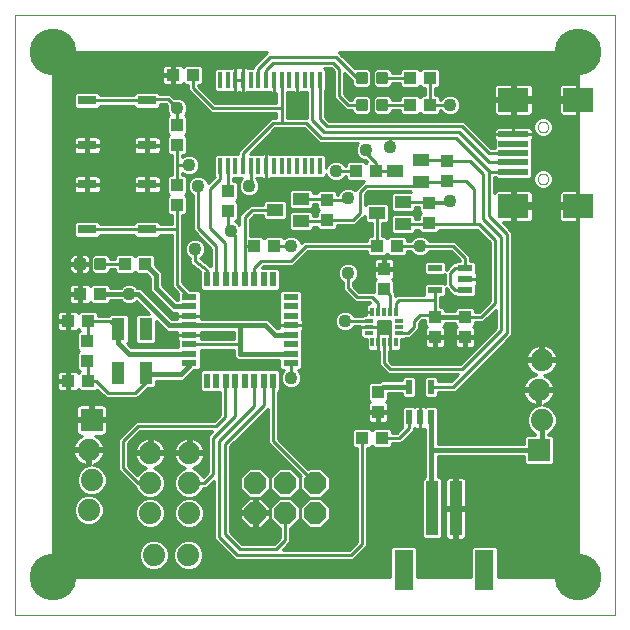
<source format=gtl>
G75*
%MOIN*%
%OFA0B0*%
%FSLAX24Y24*%
%IPPOS*%
%LPD*%
%AMOC8*
5,1,8,0,0,1.08239X$1,22.5*
%
%ADD10C,0.0000*%
%ADD11R,0.0500X0.0220*%
%ADD12R,0.0220X0.0500*%
%ADD13R,0.0315X0.0118*%
%ADD14R,0.0118X0.0315*%
%ADD15R,0.0394X0.0433*%
%ADD16R,0.0433X0.0394*%
%ADD17R,0.0600X0.0300*%
%ADD18OC8,0.0720*%
%ADD19C,0.0118*%
%ADD20R,0.0433X0.0748*%
%ADD21C,0.0740*%
%ADD22R,0.0551X0.0394*%
%ADD23R,0.0472X0.0217*%
%ADD24R,0.0740X0.0740*%
%ADD25R,0.0217X0.0472*%
%ADD26R,0.0394X0.1811*%
%ADD27R,0.0630X0.1339*%
%ADD28R,0.0984X0.0197*%
%ADD29R,0.0984X0.0787*%
%ADD30R,0.0137X0.0550*%
%ADD31C,0.1560*%
%ADD32C,0.0160*%
%ADD33C,0.0100*%
%ADD34C,0.0436*%
%ADD35C,0.0250*%
D10*
X000100Y000100D02*
X000100Y020100D01*
X020100Y020100D01*
X020100Y000100D01*
X000100Y000100D01*
X017523Y014634D02*
X017525Y014660D01*
X017531Y014686D01*
X017541Y014711D01*
X017554Y014734D01*
X017570Y014754D01*
X017590Y014772D01*
X017612Y014787D01*
X017635Y014799D01*
X017661Y014807D01*
X017687Y014811D01*
X017713Y014811D01*
X017739Y014807D01*
X017765Y014799D01*
X017789Y014787D01*
X017810Y014772D01*
X017830Y014754D01*
X017846Y014734D01*
X017859Y014711D01*
X017869Y014686D01*
X017875Y014660D01*
X017877Y014634D01*
X017875Y014608D01*
X017869Y014582D01*
X017859Y014557D01*
X017846Y014534D01*
X017830Y014514D01*
X017810Y014496D01*
X017788Y014481D01*
X017765Y014469D01*
X017739Y014461D01*
X017713Y014457D01*
X017687Y014457D01*
X017661Y014461D01*
X017635Y014469D01*
X017611Y014481D01*
X017590Y014496D01*
X017570Y014514D01*
X017554Y014534D01*
X017541Y014557D01*
X017531Y014582D01*
X017525Y014608D01*
X017523Y014634D01*
X017523Y016366D02*
X017525Y016392D01*
X017531Y016418D01*
X017541Y016443D01*
X017554Y016466D01*
X017570Y016486D01*
X017590Y016504D01*
X017612Y016519D01*
X017635Y016531D01*
X017661Y016539D01*
X017687Y016543D01*
X017713Y016543D01*
X017739Y016539D01*
X017765Y016531D01*
X017789Y016519D01*
X017810Y016504D01*
X017830Y016486D01*
X017846Y016466D01*
X017859Y016443D01*
X017869Y016418D01*
X017875Y016392D01*
X017877Y016366D01*
X017875Y016340D01*
X017869Y016314D01*
X017859Y016289D01*
X017846Y016266D01*
X017830Y016246D01*
X017810Y016228D01*
X017788Y016213D01*
X017765Y016201D01*
X017739Y016193D01*
X017713Y016189D01*
X017687Y016189D01*
X017661Y016193D01*
X017635Y016201D01*
X017611Y016213D01*
X017590Y016228D01*
X017570Y016246D01*
X017554Y016266D01*
X017541Y016289D01*
X017531Y016314D01*
X017525Y016340D01*
X017523Y016366D01*
D11*
X009290Y010702D03*
X009290Y010387D03*
X009290Y010072D03*
X009290Y009757D03*
X009290Y009443D03*
X009290Y009128D03*
X009290Y008813D03*
X009290Y008498D03*
X005910Y008498D03*
X005910Y008813D03*
X005910Y009128D03*
X005910Y009443D03*
X005910Y009757D03*
X005910Y010072D03*
X005910Y010387D03*
X005910Y010702D03*
D12*
X006498Y011290D03*
X006813Y011290D03*
X007128Y011290D03*
X007443Y011290D03*
X007757Y011290D03*
X008072Y011290D03*
X008387Y011290D03*
X008702Y011290D03*
X008702Y007910D03*
X008387Y007910D03*
X008072Y007910D03*
X007757Y007910D03*
X007443Y007910D03*
X007128Y007910D03*
X006813Y007910D03*
X006498Y007910D03*
D13*
X011898Y009503D03*
X011898Y009700D03*
X011898Y009897D03*
X012902Y009897D03*
X012902Y009700D03*
X012902Y009503D03*
D14*
X012794Y009198D03*
X012597Y009198D03*
X012400Y009198D03*
X012203Y009198D03*
X012006Y009198D03*
X012006Y010202D03*
X012203Y010202D03*
X012400Y010202D03*
X012597Y010202D03*
X012794Y010202D03*
D15*
X012400Y010965D03*
X012400Y011635D03*
X013900Y013165D03*
X013900Y013835D03*
X014500Y014565D03*
X014500Y015235D03*
X010500Y013935D03*
X010500Y013265D03*
X007200Y013565D03*
X007200Y014235D03*
X005500Y014435D03*
X005500Y013765D03*
X005500Y015765D03*
X005500Y016435D03*
X002500Y009235D03*
X002500Y008565D03*
X012200Y007535D03*
X012200Y006865D03*
X014100Y009365D03*
X014100Y010035D03*
X015100Y010035D03*
X015100Y009365D03*
D16*
X012835Y012400D03*
X012165Y012400D03*
X012135Y014900D03*
X011465Y014900D03*
X013265Y017100D03*
X013935Y017100D03*
X013935Y018000D03*
X013265Y018000D03*
X008735Y012400D03*
X008065Y012400D03*
X004435Y011800D03*
X003765Y011800D03*
X002935Y010800D03*
X002265Y010800D03*
X002535Y009900D03*
X001865Y009900D03*
X001865Y007900D03*
X002535Y007900D03*
X011665Y006000D03*
X012335Y006000D03*
X006035Y018100D03*
X005365Y018100D03*
D17*
X004500Y017250D03*
X004500Y015750D03*
X004500Y014450D03*
X004500Y012950D03*
X002500Y012950D03*
X002500Y014450D03*
X002500Y015750D03*
X002500Y017250D03*
D18*
X008100Y004500D03*
X008100Y003500D03*
X009100Y003500D03*
X009100Y004500D03*
X010100Y004500D03*
X010100Y003500D03*
D19*
X003083Y011662D02*
X003083Y011938D01*
X003083Y011662D02*
X002807Y011662D01*
X002807Y011938D01*
X003083Y011938D01*
X003083Y011779D02*
X002807Y011779D01*
X002807Y011896D02*
X003083Y011896D01*
X002393Y011938D02*
X002393Y011662D01*
X002117Y011662D01*
X002117Y011938D01*
X002393Y011938D01*
X002393Y011779D02*
X002117Y011779D01*
X002117Y011896D02*
X002393Y011896D01*
X011793Y016962D02*
X011793Y017238D01*
X011793Y016962D02*
X011517Y016962D01*
X011517Y017238D01*
X011793Y017238D01*
X011793Y017079D02*
X011517Y017079D01*
X011517Y017196D02*
X011793Y017196D01*
X012483Y017238D02*
X012483Y016962D01*
X012207Y016962D01*
X012207Y017238D01*
X012483Y017238D01*
X012483Y017079D02*
X012207Y017079D01*
X012207Y017196D02*
X012483Y017196D01*
X012483Y017862D02*
X012483Y018138D01*
X012483Y017862D02*
X012207Y017862D01*
X012207Y018138D01*
X012483Y018138D01*
X012483Y017979D02*
X012207Y017979D01*
X012207Y018096D02*
X012483Y018096D01*
X011793Y018138D02*
X011793Y017862D01*
X011517Y017862D01*
X011517Y018138D01*
X011793Y018138D01*
X011793Y017979D02*
X011517Y017979D01*
X011517Y018096D02*
X011793Y018096D01*
D20*
X004453Y009628D03*
X003547Y009628D03*
X003547Y008172D03*
X004453Y008172D03*
D21*
X004600Y005500D03*
X004600Y004500D03*
X004600Y003500D03*
X005900Y003500D03*
X005900Y004500D03*
X005900Y005500D03*
X002650Y004600D03*
X002550Y003600D03*
X002550Y005600D03*
X004730Y002100D03*
X005870Y002100D03*
X017550Y007600D03*
X017650Y006600D03*
X017650Y008600D03*
D22*
X013033Y013126D03*
X013033Y013874D03*
X013633Y014526D03*
X013633Y015274D03*
X012767Y014900D03*
X012167Y013500D03*
X009633Y013226D03*
X009633Y013974D03*
X008767Y013600D03*
D23*
X014088Y011674D03*
X014088Y010926D03*
X015112Y010926D03*
X015112Y011300D03*
X015112Y011674D03*
D24*
X017550Y005600D03*
X002650Y006600D03*
D25*
X013226Y006688D03*
X013600Y006688D03*
X013974Y006688D03*
X013974Y007712D03*
X013226Y007712D03*
D26*
X014006Y003657D03*
X014794Y003657D03*
D27*
X015739Y001609D03*
X013061Y001609D03*
D28*
X016716Y014870D03*
X016716Y015185D03*
X016716Y015500D03*
X016716Y015815D03*
X016716Y016130D03*
D29*
X016716Y017272D03*
X018881Y017272D03*
X018881Y013728D03*
X016716Y013728D03*
D30*
X010263Y015061D03*
X010007Y015061D03*
X009752Y015061D03*
X009496Y015061D03*
X009240Y015061D03*
X008984Y015061D03*
X008728Y015061D03*
X008472Y015061D03*
X008216Y015061D03*
X007960Y015061D03*
X007704Y015061D03*
X007448Y015061D03*
X007193Y015061D03*
X006937Y015061D03*
X006937Y017939D03*
X007193Y017939D03*
X007448Y017939D03*
X007704Y017939D03*
X007960Y017939D03*
X008216Y017939D03*
X008472Y017939D03*
X008728Y017939D03*
X008984Y017939D03*
X009240Y017939D03*
X009496Y017939D03*
X009752Y017939D03*
X010007Y017939D03*
X010263Y017939D03*
D31*
X018850Y018850D03*
X018850Y001350D03*
X001350Y001350D03*
X001350Y018850D03*
D32*
X004435Y011800D02*
X004800Y011435D01*
X004800Y011000D01*
X005413Y010387D01*
X005910Y010387D01*
X005910Y009757D02*
X005243Y009757D01*
X004200Y010800D01*
X003900Y010800D01*
X002935Y010800D01*
X003547Y009628D02*
X003547Y009153D01*
X003887Y008813D01*
X005910Y008813D01*
X005910Y008498D02*
X005910Y008410D01*
X005624Y008124D01*
X004500Y008124D01*
X005910Y009757D02*
X007600Y009757D01*
X007600Y009100D01*
X007600Y008813D01*
X009290Y008813D01*
X009290Y009443D02*
X008757Y009443D01*
X008443Y009757D01*
X007600Y009757D01*
X012200Y007535D02*
X012377Y007712D01*
X013226Y007712D01*
X013974Y006688D02*
X013974Y005626D01*
X014000Y005600D01*
X013974Y005600D01*
X013974Y003689D01*
X014006Y003657D01*
X014000Y005600D02*
X017550Y005600D01*
X017650Y005700D01*
X017650Y006600D01*
X015100Y009365D02*
X014100Y009365D01*
X014100Y010035D02*
X015100Y010035D01*
D33*
X015635Y010035D01*
X016100Y010500D01*
X016100Y012600D01*
X015574Y013126D01*
X015400Y013126D01*
X015400Y014300D01*
X015135Y014565D01*
X014500Y014565D01*
X014461Y014526D01*
X013633Y014526D01*
X013507Y014400D01*
X011800Y014400D01*
X011600Y014200D01*
X011600Y013500D01*
X011365Y013265D01*
X010500Y013265D01*
X010461Y013226D01*
X009633Y013226D01*
X009227Y013201D02*
X007937Y013201D01*
X007937Y013283D02*
X008075Y013420D01*
X008361Y013420D01*
X008361Y013349D01*
X008437Y013273D01*
X009096Y013273D01*
X009173Y013349D01*
X009173Y013851D01*
X009096Y013927D01*
X008437Y013927D01*
X008361Y013851D01*
X008361Y013780D01*
X007925Y013780D01*
X007820Y013675D01*
X007577Y013432D01*
X007577Y013115D01*
X007497Y013195D01*
X007440Y013219D01*
X007451Y013219D01*
X007527Y013295D01*
X007527Y013836D01*
X007463Y013900D01*
X007527Y013964D01*
X007527Y014505D01*
X007451Y014581D01*
X007373Y014581D01*
X007373Y014656D01*
X007571Y014656D01*
X007576Y014661D01*
X007582Y014656D01*
X007663Y014656D01*
X007605Y014597D01*
X007552Y014469D01*
X007552Y014331D01*
X007605Y014203D01*
X007703Y014105D01*
X007831Y014052D01*
X007969Y014052D01*
X008097Y014105D01*
X008195Y014203D01*
X008248Y014331D01*
X008248Y014469D01*
X008195Y014597D01*
X008140Y014652D01*
X008140Y014656D01*
X008329Y014656D01*
X008346Y014646D01*
X008384Y014636D01*
X008472Y014636D01*
X008472Y015061D01*
X008472Y015486D01*
X008384Y015486D01*
X008346Y015475D01*
X008329Y015466D01*
X007921Y015466D01*
X007920Y015466D02*
X008775Y016320D01*
X008909Y016320D01*
X009725Y016320D01*
X010225Y015820D01*
X011528Y015820D01*
X011505Y015797D01*
X011452Y015669D01*
X011452Y015531D01*
X011505Y015403D01*
X011603Y015305D01*
X011731Y015252D01*
X011794Y015252D01*
X011841Y015204D01*
X011800Y015163D01*
X011736Y015227D01*
X011195Y015227D01*
X011119Y015151D01*
X011119Y015080D01*
X011102Y015080D01*
X011095Y015097D01*
X010997Y015195D01*
X010869Y015248D01*
X010731Y015248D01*
X010603Y015195D01*
X010505Y015097D01*
X010462Y014993D01*
X010462Y015389D01*
X010386Y015466D01*
X010141Y015466D01*
X010135Y015460D01*
X010130Y015466D01*
X009885Y015466D01*
X009880Y015460D01*
X009874Y015466D01*
X009629Y015466D01*
X009624Y015460D01*
X009618Y015466D01*
X009373Y015466D01*
X009368Y015460D01*
X009362Y015466D01*
X009117Y015466D01*
X009112Y015460D01*
X009106Y015466D01*
X008862Y015466D01*
X008856Y015460D01*
X008850Y015466D01*
X008615Y015466D01*
X011479Y015466D01*
X011452Y015565D02*
X008019Y015565D01*
X008083Y015466D02*
X007920Y015466D01*
X008083Y015466D02*
X008088Y015460D01*
X008094Y015466D01*
X008329Y015466D01*
X008472Y015466D02*
X008472Y015466D01*
X008472Y015486D02*
X008472Y015061D01*
X008472Y015061D01*
X008472Y015061D01*
X008472Y014636D01*
X008560Y014636D01*
X008598Y014646D01*
X008615Y014656D01*
X008850Y014656D01*
X008856Y014661D01*
X008862Y014656D01*
X009106Y014656D01*
X009112Y014661D01*
X009117Y014656D01*
X009362Y014656D01*
X009368Y014661D01*
X009373Y014656D01*
X009618Y014656D01*
X009624Y014661D01*
X009629Y014656D01*
X009874Y014656D01*
X009880Y014661D01*
X009885Y014656D01*
X010130Y014656D01*
X010135Y014661D01*
X010141Y014656D01*
X010386Y014656D01*
X010462Y014732D01*
X010462Y014807D01*
X010505Y014703D01*
X010603Y014605D01*
X010731Y014552D01*
X010869Y014552D01*
X010997Y014605D01*
X011095Y014703D01*
X011102Y014720D01*
X011119Y014720D01*
X011119Y014649D01*
X011195Y014573D01*
X011719Y014573D01*
X011420Y014275D01*
X011420Y014272D01*
X011397Y014295D01*
X011269Y014348D01*
X011131Y014348D01*
X011003Y014295D01*
X010905Y014197D01*
X010871Y014115D01*
X010827Y014115D01*
X010827Y014205D01*
X010751Y014281D01*
X010249Y014281D01*
X010173Y014205D01*
X010173Y014154D01*
X010039Y014154D01*
X010039Y014225D01*
X009963Y014301D01*
X009304Y014301D01*
X009227Y014225D01*
X009227Y013723D01*
X009304Y013647D01*
X009963Y013647D01*
X010039Y013723D01*
X010039Y013794D01*
X010173Y013794D01*
X010173Y013664D01*
X010237Y013600D01*
X010173Y013536D01*
X010173Y013406D01*
X010039Y013406D01*
X010039Y013477D01*
X009963Y013553D01*
X009304Y013553D01*
X009227Y013477D01*
X009227Y012975D01*
X009304Y012899D01*
X009963Y012899D01*
X010039Y012975D01*
X010039Y013046D01*
X010173Y013046D01*
X010173Y012995D01*
X010249Y012919D01*
X010751Y012919D01*
X010827Y012995D01*
X010827Y013085D01*
X011440Y013085D01*
X011675Y013320D01*
X011761Y013407D01*
X011761Y013249D01*
X011837Y013173D01*
X011987Y013173D01*
X011987Y012727D01*
X011895Y012727D01*
X011819Y012651D01*
X011819Y012580D01*
X009725Y012580D01*
X009638Y012493D01*
X009595Y012597D01*
X009497Y012695D01*
X009369Y012748D01*
X009231Y012748D01*
X009103Y012695D01*
X009070Y012662D01*
X009005Y012727D01*
X008464Y012727D01*
X008400Y012663D01*
X008336Y012727D01*
X007937Y012727D01*
X007937Y013283D01*
X007954Y013299D02*
X008412Y013299D01*
X008361Y013398D02*
X008052Y013398D01*
X008000Y013600D02*
X008767Y013600D01*
X008765Y013602D01*
X009173Y013595D02*
X010232Y013595D01*
X010173Y013693D02*
X010008Y013693D01*
X010039Y013792D02*
X010173Y013792D01*
X010461Y013974D02*
X010500Y013935D01*
X011135Y013935D01*
X011200Y014000D01*
X010992Y014284D02*
X009979Y014284D01*
X010039Y014186D02*
X010173Y014186D01*
X010461Y013974D02*
X009633Y013974D01*
X009227Y013989D02*
X007527Y013989D01*
X007527Y014087D02*
X007746Y014087D01*
X007622Y014186D02*
X007527Y014186D01*
X007527Y014284D02*
X007571Y014284D01*
X007552Y014383D02*
X007527Y014383D01*
X007527Y014481D02*
X007557Y014481D01*
X007598Y014580D02*
X007452Y014580D01*
X007193Y014242D02*
X007200Y014235D01*
X007193Y014242D02*
X007193Y015061D01*
X006937Y015061D02*
X006937Y014637D01*
X006600Y014300D01*
X006600Y013000D01*
X007100Y012500D01*
X007100Y011318D01*
X007128Y011290D01*
X007443Y011290D02*
X007443Y012757D01*
X007300Y012900D01*
X007200Y013000D01*
X007200Y013565D01*
X007473Y013890D02*
X008401Y013890D01*
X008361Y013792D02*
X007527Y013792D01*
X007527Y013693D02*
X007838Y013693D01*
X007740Y013595D02*
X007527Y013595D01*
X007527Y013496D02*
X007641Y013496D01*
X007577Y013398D02*
X007527Y013398D01*
X007527Y013299D02*
X007577Y013299D01*
X007577Y013201D02*
X007484Y013201D01*
X007757Y013357D02*
X008000Y013600D01*
X007757Y013357D02*
X007757Y012400D01*
X008065Y012400D01*
X007757Y012400D02*
X007757Y011290D01*
X008072Y011290D02*
X008072Y011672D01*
X008300Y011900D01*
X009300Y011900D01*
X009800Y012400D01*
X012165Y012400D01*
X012167Y012402D01*
X012167Y013500D01*
X012347Y013173D02*
X012496Y013173D01*
X012573Y013249D01*
X012573Y013751D01*
X012496Y013827D01*
X011837Y013827D01*
X011780Y013769D01*
X011780Y014125D01*
X011875Y014220D01*
X013283Y014220D01*
X013302Y014201D01*
X012704Y014201D01*
X012627Y014125D01*
X012627Y013623D01*
X012704Y013547D01*
X013363Y013547D01*
X013439Y013623D01*
X013439Y013694D01*
X013573Y013694D01*
X013573Y013564D01*
X013637Y013500D01*
X013573Y013436D01*
X013573Y013306D01*
X013439Y013306D01*
X013439Y013377D01*
X013363Y013453D01*
X012704Y013453D01*
X012627Y013377D01*
X012627Y012875D01*
X012704Y012799D01*
X013363Y012799D01*
X013439Y012875D01*
X013439Y012946D01*
X013573Y012946D01*
X013573Y012895D01*
X013649Y012819D01*
X014151Y012819D01*
X014227Y012895D01*
X014227Y012946D01*
X015499Y012946D01*
X015920Y012525D01*
X015920Y010575D01*
X015560Y010215D01*
X015427Y010215D01*
X015427Y010305D01*
X015351Y010381D01*
X014849Y010381D01*
X014773Y010305D01*
X014773Y010245D01*
X014427Y010245D01*
X014427Y010305D01*
X014351Y010381D01*
X014280Y010381D01*
X014280Y010688D01*
X014378Y010688D01*
X014454Y010764D01*
X014454Y010991D01*
X014525Y010920D01*
X014699Y010746D01*
X014764Y010746D01*
X014822Y010688D01*
X015402Y010688D01*
X015478Y010764D01*
X015478Y011088D01*
X015467Y011099D01*
X015468Y011100D01*
X015488Y011134D01*
X015498Y011172D01*
X015498Y011296D01*
X015116Y011296D01*
X015116Y011304D01*
X015498Y011304D01*
X015498Y011428D01*
X015488Y011466D01*
X015468Y011500D01*
X015467Y011501D01*
X015478Y011512D01*
X015478Y011836D01*
X015402Y011912D01*
X015280Y011912D01*
X015280Y012075D01*
X015175Y012180D01*
X014775Y012580D01*
X013902Y012580D01*
X013895Y012597D01*
X013797Y012695D01*
X013669Y012748D01*
X013531Y012748D01*
X013403Y012695D01*
X013305Y012597D01*
X013298Y012580D01*
X013181Y012580D01*
X013181Y012651D01*
X013105Y012727D01*
X012564Y012727D01*
X012500Y012663D01*
X012436Y012727D01*
X012347Y012727D01*
X012347Y013173D01*
X012347Y013102D02*
X012627Y013102D01*
X012627Y013004D02*
X012347Y013004D01*
X012347Y012905D02*
X012627Y012905D01*
X012696Y012807D02*
X012347Y012807D01*
X012455Y012708D02*
X012545Y012708D01*
X012835Y012400D02*
X013600Y012400D01*
X014700Y012400D01*
X015100Y012000D01*
X015100Y011686D01*
X015112Y011674D01*
X014774Y011674D01*
X014600Y011500D01*
X014600Y011100D01*
X014774Y010926D01*
X015112Y010926D01*
X015112Y011300D02*
X015600Y011300D01*
X015600Y012200D01*
X015920Y012216D02*
X015139Y012216D01*
X015041Y012314D02*
X015920Y012314D01*
X015920Y012413D02*
X014942Y012413D01*
X014844Y012511D02*
X015920Y012511D01*
X015836Y012610D02*
X013883Y012610D01*
X013766Y012708D02*
X015737Y012708D01*
X015639Y012807D02*
X013370Y012807D01*
X013434Y012708D02*
X013124Y012708D01*
X013181Y012610D02*
X013317Y012610D01*
X013439Y012905D02*
X013573Y012905D01*
X013861Y013126D02*
X015400Y013126D01*
X015540Y012905D02*
X014227Y012905D01*
X013900Y013165D02*
X013861Y013126D01*
X013033Y013126D01*
X012627Y013201D02*
X012524Y013201D01*
X012573Y013299D02*
X012627Y013299D01*
X012648Y013398D02*
X012573Y013398D01*
X012573Y013496D02*
X013633Y013496D01*
X013573Y013398D02*
X013418Y013398D01*
X013410Y013595D02*
X013573Y013595D01*
X013573Y013693D02*
X013439Y013693D01*
X013033Y013874D02*
X014574Y013874D01*
X014600Y013900D01*
X014535Y013835D01*
X013900Y013835D01*
X013861Y013874D01*
X013033Y013874D01*
X012627Y013890D02*
X011780Y013890D01*
X011780Y013792D02*
X011802Y013792D01*
X011780Y013989D02*
X012627Y013989D01*
X012627Y014087D02*
X011780Y014087D01*
X011840Y014186D02*
X012688Y014186D01*
X012627Y013792D02*
X012532Y013792D01*
X012573Y013693D02*
X012627Y013693D01*
X012656Y013595D02*
X012573Y013595D01*
X011987Y013102D02*
X011457Y013102D01*
X011555Y013201D02*
X011810Y013201D01*
X011761Y013299D02*
X011654Y013299D01*
X011752Y013398D02*
X011761Y013398D01*
X011987Y013004D02*
X010827Y013004D01*
X010173Y013004D02*
X010039Y013004D01*
X009968Y012905D02*
X011987Y012905D01*
X011987Y012807D02*
X007937Y012807D01*
X007937Y012905D02*
X009298Y012905D01*
X009227Y013004D02*
X007937Y013004D01*
X007937Y013102D02*
X009227Y013102D01*
X009227Y013299D02*
X009122Y013299D01*
X009173Y013398D02*
X009227Y013398D01*
X009247Y013496D02*
X009173Y013496D01*
X009173Y013693D02*
X009258Y013693D01*
X009227Y013792D02*
X009173Y013792D01*
X009133Y013890D02*
X009227Y013890D01*
X009227Y014087D02*
X008054Y014087D01*
X008178Y014186D02*
X009227Y014186D01*
X009287Y014284D02*
X008229Y014284D01*
X008248Y014383D02*
X011528Y014383D01*
X011626Y014481D02*
X008243Y014481D01*
X008202Y014580D02*
X010664Y014580D01*
X010530Y014678D02*
X010408Y014678D01*
X010462Y014777D02*
X010474Y014777D01*
X010462Y015072D02*
X010494Y015072D01*
X010462Y015171D02*
X010578Y015171D01*
X010462Y015269D02*
X011689Y015269D01*
X011792Y015171D02*
X011808Y015171D01*
X012135Y015165D02*
X011800Y015500D01*
X011800Y015600D01*
X011540Y015368D02*
X010462Y015368D01*
X010185Y015860D02*
X008315Y015860D01*
X008413Y015959D02*
X010087Y015959D01*
X009988Y016057D02*
X008512Y016057D01*
X008610Y016156D02*
X009890Y016156D01*
X009791Y016254D02*
X008709Y016254D01*
X008700Y016500D02*
X008984Y016500D01*
X009800Y016500D01*
X010300Y016000D01*
X012600Y016000D01*
X012600Y015700D01*
X012600Y016000D02*
X014800Y016000D01*
X015900Y014900D01*
X015930Y014870D01*
X016716Y014870D01*
X016716Y015185D02*
X015915Y015185D01*
X014900Y016200D01*
X010400Y016200D01*
X010007Y016593D01*
X010007Y017939D01*
X010263Y017939D02*
X010263Y016637D01*
X010500Y016400D01*
X015000Y016400D01*
X015900Y015500D01*
X016716Y015500D01*
X017338Y015466D02*
X018850Y015466D01*
X018850Y015368D02*
X017338Y015368D01*
X017338Y015348D02*
X017338Y015652D01*
X017333Y015657D01*
X017338Y015663D01*
X018850Y015663D01*
X018850Y015565D02*
X017338Y015565D01*
X017338Y015663D02*
X017338Y015957D01*
X017348Y015974D01*
X017358Y016012D01*
X017358Y016130D01*
X017358Y016248D01*
X017348Y016286D01*
X017328Y016320D01*
X017300Y016348D01*
X017266Y016368D01*
X017228Y016378D01*
X016716Y016378D01*
X016716Y016130D01*
X017358Y016130D01*
X016716Y016130D01*
X016716Y016130D01*
X016716Y016130D01*
X016716Y016378D01*
X016204Y016378D01*
X016166Y016368D01*
X016132Y016348D01*
X016104Y016320D01*
X016084Y016286D01*
X016074Y016248D01*
X016074Y016130D01*
X016716Y016130D01*
X016716Y016130D01*
X016074Y016130D01*
X016074Y016012D01*
X016084Y015974D01*
X016094Y015957D01*
X016094Y015680D01*
X015975Y015680D01*
X015075Y016580D01*
X010575Y016580D01*
X010443Y016711D01*
X010443Y017592D01*
X010462Y017611D01*
X010462Y018268D01*
X010410Y018320D01*
X010625Y018320D01*
X010720Y018225D01*
X010720Y017325D01*
X010825Y017220D01*
X010825Y017220D01*
X011125Y016920D01*
X011328Y016920D01*
X011328Y016884D01*
X011439Y016773D01*
X011871Y016773D01*
X011982Y016884D01*
X011982Y017316D01*
X011871Y017427D01*
X011439Y017427D01*
X011328Y017316D01*
X011328Y017280D01*
X011275Y017280D01*
X011080Y017475D01*
X011080Y018165D01*
X011328Y017918D01*
X011328Y017784D01*
X011439Y017673D01*
X011871Y017673D01*
X011982Y017784D01*
X011982Y018216D01*
X011871Y018327D01*
X011439Y018327D01*
X011433Y018321D01*
X010980Y018775D01*
X010905Y018850D01*
X018850Y018850D01*
X018850Y017322D01*
X018831Y017322D01*
X018831Y017815D01*
X018369Y017815D01*
X018331Y017805D01*
X018297Y017785D01*
X018269Y017757D01*
X018249Y017723D01*
X018239Y017685D01*
X018239Y017322D01*
X018831Y017322D01*
X018831Y017222D01*
X018239Y017222D01*
X018239Y016858D01*
X018249Y016820D01*
X018269Y016786D01*
X018297Y016758D01*
X018331Y016738D01*
X018369Y016728D01*
X018831Y016728D01*
X018831Y017222D01*
X018850Y017222D01*
X018850Y013778D01*
X018831Y013778D01*
X018831Y013678D01*
X018850Y013678D01*
X018850Y001350D01*
X016184Y001350D01*
X016184Y002333D01*
X016107Y002409D01*
X015370Y002409D01*
X015294Y002333D01*
X015294Y001350D01*
X013506Y001350D01*
X013506Y002333D01*
X013430Y002409D01*
X012693Y002409D01*
X012616Y002333D01*
X012616Y001350D01*
X001350Y001350D01*
X001350Y018850D01*
X008495Y018850D01*
X008142Y018496D01*
X008036Y018391D01*
X008036Y018344D01*
X007848Y018344D01*
X007831Y018354D01*
X007793Y018364D01*
X007704Y018364D01*
X007616Y018364D01*
X007578Y018354D01*
X007576Y018353D01*
X007575Y018354D01*
X007537Y018364D01*
X007448Y018364D01*
X007360Y018364D01*
X007322Y018354D01*
X007305Y018344D01*
X007070Y018344D01*
X007065Y018339D01*
X007059Y018344D01*
X006814Y018344D01*
X006738Y018268D01*
X006738Y017611D01*
X006814Y017534D01*
X007059Y017534D01*
X007065Y017540D01*
X007070Y017534D01*
X007305Y017534D01*
X007322Y017525D01*
X007360Y017514D01*
X007448Y017514D01*
X007448Y017939D01*
X007448Y017939D01*
X007448Y017514D01*
X007537Y017514D01*
X007575Y017525D01*
X007576Y017525D01*
X007578Y017525D01*
X007616Y017514D01*
X007704Y017514D01*
X007704Y017939D01*
X007704Y017939D01*
X007486Y017939D01*
X007448Y017939D01*
X007448Y018364D01*
X007448Y017939D01*
X007448Y017939D01*
X007448Y017939D01*
X007704Y017939D01*
X007704Y017939D01*
X007704Y017514D01*
X007793Y017514D01*
X007831Y017525D01*
X007848Y017534D01*
X008083Y017534D01*
X008088Y017540D01*
X008094Y017534D01*
X008338Y017534D01*
X008344Y017540D01*
X008350Y017534D01*
X008585Y017534D01*
X008602Y017525D01*
X008640Y017514D01*
X008728Y017514D01*
X008804Y017514D01*
X008804Y017180D01*
X006775Y017180D01*
X006215Y017740D01*
X006215Y017773D01*
X006305Y017773D01*
X006381Y017849D01*
X006381Y018351D01*
X006305Y018427D01*
X005764Y018427D01*
X005711Y018373D01*
X005702Y018389D01*
X005674Y018417D01*
X005640Y018437D01*
X005602Y018447D01*
X005414Y018447D01*
X005414Y018148D01*
X005317Y018148D01*
X005317Y018052D01*
X004999Y018052D01*
X004999Y017883D01*
X005009Y017845D01*
X005029Y017811D01*
X005057Y017783D01*
X005091Y017763D01*
X005129Y017753D01*
X005317Y017753D01*
X005317Y018052D01*
X005414Y018052D01*
X005414Y017753D01*
X005602Y017753D01*
X005640Y017763D01*
X005674Y017783D01*
X005702Y017811D01*
X005711Y017827D01*
X005764Y017773D01*
X005855Y017773D01*
X005855Y017591D01*
X006520Y016925D01*
X006625Y016820D01*
X008804Y016820D01*
X008804Y016680D01*
X008625Y016680D01*
X008520Y016575D01*
X008520Y016575D01*
X007625Y015680D01*
X007520Y015575D01*
X007520Y015466D01*
X005798Y015466D01*
X005831Y015448D02*
X005703Y015395D01*
X005680Y015372D01*
X005680Y015419D01*
X005751Y015419D01*
X005827Y015495D01*
X005827Y016036D01*
X005763Y016100D01*
X005827Y016164D01*
X005827Y016705D01*
X005762Y016770D01*
X005795Y016803D01*
X005848Y016931D01*
X005848Y017069D01*
X005795Y017197D01*
X005697Y017295D01*
X005569Y017348D01*
X005431Y017348D01*
X005414Y017341D01*
X005380Y017375D01*
X005275Y017480D01*
X004904Y017480D01*
X004854Y017530D01*
X004146Y017530D01*
X004070Y017454D01*
X004070Y017430D01*
X002930Y017430D01*
X002930Y017454D01*
X002854Y017530D01*
X002146Y017530D01*
X002070Y017454D01*
X002070Y017046D01*
X002146Y016970D01*
X002854Y016970D01*
X002930Y017046D01*
X002930Y017070D01*
X004070Y017070D01*
X004070Y017046D01*
X004146Y016970D01*
X004854Y016970D01*
X004930Y017046D01*
X004930Y017120D01*
X005125Y017120D01*
X005159Y017086D01*
X005152Y017069D01*
X005152Y016931D01*
X005205Y016803D01*
X005238Y016770D01*
X005173Y016705D01*
X005173Y016164D01*
X005237Y016100D01*
X005173Y016036D01*
X005173Y015495D01*
X005249Y015419D01*
X005320Y015419D01*
X005320Y014781D01*
X005249Y014781D01*
X005173Y014705D01*
X005173Y014164D01*
X005237Y014100D01*
X005173Y014036D01*
X005173Y013495D01*
X005249Y013419D01*
X005320Y013419D01*
X005320Y013130D01*
X004930Y013130D01*
X004930Y013154D01*
X004854Y013230D01*
X004146Y013230D01*
X004070Y013154D01*
X004070Y013130D01*
X002930Y013130D01*
X002930Y013154D01*
X002854Y013230D01*
X002146Y013230D01*
X002070Y013154D01*
X002070Y012746D01*
X002146Y012670D01*
X002854Y012670D01*
X002930Y012746D01*
X002930Y012770D01*
X004070Y012770D01*
X004070Y012746D01*
X004146Y012670D01*
X004854Y012670D01*
X004930Y012746D01*
X004930Y012770D01*
X005320Y012770D01*
X005320Y011038D01*
X005425Y010932D01*
X005530Y010828D01*
X005530Y010597D01*
X005500Y010597D01*
X005010Y011087D01*
X005010Y011522D01*
X004781Y011750D01*
X004781Y012051D01*
X004705Y012127D01*
X004164Y012127D01*
X004100Y012063D01*
X004036Y012127D01*
X003495Y012127D01*
X003419Y012051D01*
X003419Y011980D01*
X003272Y011980D01*
X003272Y012016D01*
X003161Y012127D01*
X002729Y012127D01*
X002618Y012016D01*
X002618Y011584D01*
X002729Y011473D01*
X003161Y011473D01*
X003272Y011584D01*
X003272Y011620D01*
X003419Y011620D01*
X003419Y011549D01*
X003495Y011473D01*
X004036Y011473D01*
X004100Y011537D01*
X004164Y011473D01*
X004465Y011473D01*
X004590Y011348D01*
X004590Y010913D01*
X004713Y010790D01*
X005326Y010177D01*
X005510Y010177D01*
X005510Y010077D01*
X005905Y010077D01*
X005905Y010067D01*
X005510Y010067D01*
X005510Y009967D01*
X005330Y009967D01*
X004287Y011010D01*
X004182Y011010D01*
X004097Y011095D01*
X003969Y011148D01*
X003831Y011148D01*
X003703Y011095D01*
X003618Y011010D01*
X003281Y011010D01*
X003281Y011051D01*
X003205Y011127D01*
X002664Y011127D01*
X002611Y011073D01*
X002602Y011089D01*
X002574Y011117D01*
X002540Y011137D01*
X002502Y011147D01*
X002314Y011147D01*
X002314Y010848D01*
X002217Y010848D01*
X002217Y010752D01*
X001899Y010752D01*
X001899Y010583D01*
X001909Y010545D01*
X001929Y010511D01*
X001957Y010483D01*
X001991Y010463D01*
X002029Y010453D01*
X002217Y010453D01*
X002217Y010752D01*
X002314Y010752D01*
X002314Y010453D01*
X002502Y010453D01*
X002540Y010463D01*
X002574Y010483D01*
X002602Y010511D01*
X002611Y010527D01*
X002664Y010473D01*
X003205Y010473D01*
X003281Y010549D01*
X003281Y010590D01*
X003618Y010590D01*
X003703Y010505D01*
X003831Y010452D01*
X003969Y010452D01*
X004097Y010505D01*
X004148Y010555D01*
X004571Y010132D01*
X004182Y010132D01*
X004106Y010056D01*
X004106Y009200D01*
X004182Y009124D01*
X004723Y009124D01*
X004799Y009200D01*
X004799Y009904D01*
X005033Y009670D01*
X005156Y009547D01*
X005510Y009547D01*
X005510Y009448D01*
X005905Y009448D01*
X005905Y009438D01*
X005510Y009438D01*
X005510Y009313D01*
X005520Y009275D01*
X005530Y009258D01*
X005530Y009023D01*
X003974Y009023D01*
X003845Y009152D01*
X003894Y009200D01*
X003894Y010056D01*
X003818Y010132D01*
X003277Y010132D01*
X003224Y010080D01*
X002881Y010080D01*
X002881Y010151D01*
X002805Y010227D01*
X002264Y010227D01*
X002211Y010173D01*
X002202Y010189D01*
X002174Y010217D01*
X002140Y010237D01*
X002102Y010247D01*
X001914Y010247D01*
X001914Y009948D01*
X001817Y009948D01*
X001817Y009852D01*
X001499Y009852D01*
X001499Y009683D01*
X001509Y009645D01*
X001529Y009611D01*
X001557Y009583D01*
X001591Y009563D01*
X001629Y009553D01*
X001817Y009553D01*
X001817Y009852D01*
X001914Y009852D01*
X001914Y009553D01*
X002102Y009553D01*
X002140Y009563D01*
X002174Y009583D01*
X002202Y009611D01*
X002211Y009627D01*
X002256Y009581D01*
X002249Y009581D01*
X002173Y009505D01*
X002173Y008964D01*
X002237Y008900D01*
X002173Y008836D01*
X002173Y008295D01*
X002249Y008219D01*
X002256Y008219D01*
X002211Y008173D01*
X002202Y008189D01*
X002174Y008217D01*
X002140Y008237D01*
X002102Y008247D01*
X001914Y008247D01*
X001914Y007948D01*
X001817Y007948D01*
X001817Y007852D01*
X001499Y007852D01*
X001499Y007683D01*
X001509Y007645D01*
X001529Y007611D01*
X001557Y007583D01*
X001591Y007563D01*
X001629Y007553D01*
X001817Y007553D01*
X001817Y007852D01*
X001914Y007852D01*
X001914Y007553D01*
X002102Y007553D01*
X002140Y007563D01*
X002174Y007583D01*
X002202Y007611D01*
X002211Y007627D01*
X002264Y007573D01*
X002805Y007573D01*
X002839Y007607D01*
X003020Y007425D01*
X003125Y007320D01*
X004175Y007320D01*
X004522Y007668D01*
X004723Y007668D01*
X004799Y007744D01*
X004799Y007914D01*
X005711Y007914D01*
X005997Y008200D01*
X006055Y008258D01*
X006214Y008258D01*
X006290Y008334D01*
X006290Y008948D01*
X007390Y008948D01*
X007390Y008726D01*
X007513Y008603D01*
X008910Y008603D01*
X008910Y008334D01*
X008986Y008258D01*
X009065Y008258D01*
X009005Y008197D01*
X008952Y008069D01*
X008952Y007931D01*
X009005Y007803D01*
X009103Y007705D01*
X009231Y007652D01*
X009369Y007652D01*
X009497Y007705D01*
X009595Y007803D01*
X009648Y007931D01*
X009648Y008069D01*
X009595Y008197D01*
X009535Y008258D01*
X009594Y008258D01*
X009670Y008334D01*
X009670Y009573D01*
X009680Y009590D01*
X009690Y009628D01*
X009690Y009752D01*
X009295Y009752D01*
X009295Y009762D01*
X009690Y009762D01*
X009690Y009887D01*
X009680Y009925D01*
X009670Y009942D01*
X009670Y010866D01*
X009594Y010942D01*
X008986Y010942D01*
X008910Y010866D01*
X008910Y009942D01*
X008900Y009925D01*
X008890Y009887D01*
X008890Y009762D01*
X009285Y009762D01*
X009285Y009752D01*
X008890Y009752D01*
X008890Y009653D01*
X008844Y009653D01*
X008530Y009967D01*
X006310Y009967D01*
X006310Y010067D01*
X005915Y010067D01*
X005915Y010077D01*
X006310Y010077D01*
X006310Y010202D01*
X006300Y010240D01*
X006290Y010257D01*
X006290Y010866D01*
X006214Y010942D01*
X005925Y010942D01*
X005680Y011187D01*
X005680Y013419D01*
X005751Y013419D01*
X005827Y013495D01*
X005827Y014036D01*
X005763Y014100D01*
X005827Y014164D01*
X005827Y014705D01*
X005751Y014781D01*
X005680Y014781D01*
X005680Y014828D01*
X005703Y014805D01*
X005831Y014752D01*
X005969Y014752D01*
X006097Y014805D01*
X006195Y014903D01*
X006248Y015031D01*
X006248Y015169D01*
X006195Y015297D01*
X006097Y015395D01*
X005969Y015448D01*
X005831Y015448D01*
X005827Y015565D02*
X007520Y015565D01*
X007520Y015466D02*
X007326Y015466D01*
X007320Y015460D01*
X007315Y015466D01*
X007070Y015466D01*
X007065Y015460D01*
X007059Y015466D01*
X006814Y015466D01*
X006738Y015389D01*
X006738Y014732D01*
X006757Y014713D01*
X006757Y014711D01*
X006538Y014493D01*
X006495Y014597D01*
X006397Y014695D01*
X006269Y014748D01*
X006131Y014748D01*
X006003Y014695D01*
X005905Y014597D01*
X005852Y014469D01*
X005852Y014331D01*
X005905Y014203D01*
X006003Y014105D01*
X006020Y014098D01*
X006020Y012925D01*
X006125Y012820D01*
X006633Y012313D01*
X006633Y011726D01*
X006616Y011739D01*
X006572Y011782D01*
X006558Y011782D01*
X006280Y011990D01*
X006280Y011998D01*
X006297Y012005D01*
X006395Y012103D01*
X006448Y012231D01*
X006448Y012369D01*
X006395Y012497D01*
X006297Y012595D01*
X006169Y012648D01*
X006031Y012648D01*
X005903Y012595D01*
X005805Y012497D01*
X005752Y012369D01*
X005752Y012231D01*
X005805Y012103D01*
X005903Y012005D01*
X005920Y011998D01*
X005920Y011960D01*
X005911Y011948D01*
X005920Y011887D01*
X005920Y011825D01*
X005930Y011815D01*
X005932Y011801D01*
X005982Y011764D01*
X006025Y011720D01*
X006040Y011720D01*
X006258Y011557D01*
X006258Y010986D01*
X006334Y010910D01*
X008866Y010910D01*
X008942Y010986D01*
X008942Y011594D01*
X008866Y011670D01*
X008325Y011670D01*
X008375Y011720D01*
X009375Y011720D01*
X009875Y012220D01*
X011819Y012220D01*
X011819Y012149D01*
X011895Y012073D01*
X012436Y012073D01*
X012500Y012137D01*
X012564Y012073D01*
X013105Y012073D01*
X013181Y012149D01*
X013181Y012220D01*
X013298Y012220D01*
X013305Y012203D01*
X013403Y012105D01*
X013531Y012052D01*
X013669Y012052D01*
X013797Y012105D01*
X013895Y012203D01*
X013902Y012220D01*
X014625Y012220D01*
X014920Y011925D01*
X014920Y011912D01*
X014822Y011912D01*
X014764Y011854D01*
X014699Y011854D01*
X014525Y011680D01*
X014454Y011609D01*
X014454Y011836D01*
X014378Y011912D01*
X013798Y011912D01*
X013722Y011836D01*
X013722Y011512D01*
X013798Y011436D01*
X014378Y011436D01*
X014420Y011478D01*
X014420Y011122D01*
X014378Y011164D01*
X013798Y011164D01*
X013722Y011088D01*
X013722Y010780D01*
X012825Y010780D01*
X012777Y010731D01*
X012777Y010843D01*
X012727Y010893D01*
X012727Y011236D01*
X012673Y011289D01*
X012689Y011298D01*
X012717Y011326D01*
X012737Y011360D01*
X012747Y011398D01*
X012747Y011586D01*
X012448Y011586D01*
X012448Y011683D01*
X012352Y011683D01*
X012352Y012001D01*
X012183Y012001D01*
X012145Y011991D01*
X012111Y011971D01*
X012083Y011943D01*
X012063Y011909D01*
X012053Y011871D01*
X012053Y011683D01*
X012352Y011683D01*
X012352Y011586D01*
X012053Y011586D01*
X012053Y011398D01*
X012063Y011360D01*
X012083Y011326D01*
X012111Y011298D01*
X012127Y011289D01*
X012073Y011236D01*
X012073Y010880D01*
X011575Y010880D01*
X011380Y011075D01*
X011380Y011198D01*
X011397Y011205D01*
X011495Y011303D01*
X011548Y011431D01*
X011548Y011569D01*
X011495Y011697D01*
X011397Y011795D01*
X011269Y011848D01*
X011131Y011848D01*
X011003Y011795D01*
X010905Y011697D01*
X010852Y011569D01*
X010852Y011431D01*
X010905Y011303D01*
X011003Y011205D01*
X011020Y011198D01*
X011020Y010925D01*
X011125Y010820D01*
X011425Y010520D01*
X011925Y010520D01*
X011936Y010509D01*
X011927Y010509D01*
X011889Y010499D01*
X011855Y010479D01*
X011827Y010452D01*
X011807Y010417D01*
X011797Y010379D01*
X011797Y010202D01*
X011797Y010086D01*
X011687Y010086D01*
X011681Y010080D01*
X011402Y010080D01*
X011395Y010097D01*
X011297Y010195D01*
X011169Y010248D01*
X011031Y010248D01*
X010903Y010195D01*
X010805Y010097D01*
X010752Y009969D01*
X010752Y009831D01*
X010805Y009703D01*
X010903Y009605D01*
X011031Y009552D01*
X011169Y009552D01*
X011297Y009605D01*
X011395Y009703D01*
X011402Y009720D01*
X011591Y009720D01*
X011591Y009700D01*
X011591Y009621D01*
X011601Y009583D01*
X011611Y009566D01*
X011611Y009390D01*
X011687Y009314D01*
X011817Y009314D01*
X011817Y008987D01*
X011893Y008911D01*
X012069Y008911D01*
X012086Y008901D01*
X012124Y008891D01*
X012203Y008891D01*
X012203Y009198D01*
X012203Y009198D01*
X012203Y009506D01*
X012186Y009506D01*
X012186Y009566D01*
X012195Y009583D01*
X012206Y009621D01*
X012206Y009700D01*
X012206Y009779D01*
X012195Y009817D01*
X012186Y009834D01*
X012186Y009914D01*
X012287Y009914D01*
X012614Y009914D01*
X012614Y009506D01*
X012597Y009506D01*
X012597Y009198D01*
X012597Y008891D01*
X012676Y008891D01*
X012714Y008901D01*
X012731Y008911D01*
X012907Y008911D01*
X012983Y008987D01*
X012983Y009314D01*
X013113Y009314D01*
X013122Y009323D01*
X013278Y009323D01*
X013475Y009520D01*
X013580Y009625D01*
X013580Y009825D01*
X013675Y009920D01*
X013773Y009920D01*
X013773Y009764D01*
X013827Y009711D01*
X013811Y009702D01*
X013783Y009674D01*
X013763Y009640D01*
X013753Y009602D01*
X013753Y009414D01*
X014052Y009414D01*
X014052Y009317D01*
X014148Y009317D01*
X014148Y008999D01*
X014317Y008999D01*
X014355Y009009D01*
X014389Y009029D01*
X014417Y009057D01*
X014437Y009091D01*
X014447Y009129D01*
X014447Y009317D01*
X014148Y009317D01*
X014148Y009414D01*
X014447Y009414D01*
X014447Y009602D01*
X014437Y009640D01*
X014417Y009674D01*
X014389Y009702D01*
X014373Y009711D01*
X014427Y009764D01*
X014427Y009825D01*
X014773Y009825D01*
X014773Y009764D01*
X014827Y009711D01*
X014811Y009702D01*
X014783Y009674D01*
X014763Y009640D01*
X014753Y009602D01*
X014753Y009414D01*
X015052Y009414D01*
X015052Y009317D01*
X015148Y009317D01*
X015148Y008999D01*
X015317Y008999D01*
X015355Y009009D01*
X015389Y009029D01*
X015417Y009057D01*
X015437Y009091D01*
X015447Y009129D01*
X015447Y009317D01*
X015148Y009317D01*
X015148Y009414D01*
X015447Y009414D01*
X015447Y009602D01*
X015437Y009640D01*
X015417Y009674D01*
X015389Y009702D01*
X015373Y009711D01*
X015427Y009764D01*
X015427Y009855D01*
X015709Y009855D01*
X015815Y009960D01*
X016120Y010265D01*
X016120Y009675D01*
X014925Y008480D01*
X012675Y008480D01*
X012580Y008575D01*
X012580Y008891D01*
X012597Y008891D01*
X012597Y009198D01*
X012597Y009198D01*
X012597Y009198D01*
X012597Y009506D01*
X012518Y009506D01*
X012480Y009495D01*
X012463Y009486D01*
X012337Y009486D01*
X012320Y009495D01*
X012282Y009506D01*
X012203Y009506D01*
X012203Y009198D01*
X012203Y009198D01*
X012203Y008891D01*
X012220Y008891D01*
X012220Y008425D01*
X012420Y008225D01*
X012525Y008120D01*
X014865Y008120D01*
X014637Y007892D01*
X014212Y007892D01*
X014212Y008002D01*
X014136Y008078D01*
X013812Y008078D01*
X013736Y008002D01*
X013736Y007422D01*
X013812Y007346D01*
X014136Y007346D01*
X014212Y007422D01*
X014212Y007532D01*
X014786Y007532D01*
X016680Y009425D01*
X016680Y012875D01*
X016575Y012980D01*
X016370Y013185D01*
X016666Y013185D01*
X016666Y013678D01*
X016766Y013678D01*
X016766Y013778D01*
X017358Y013778D01*
X017358Y014142D01*
X017348Y014180D01*
X017328Y014214D01*
X017300Y014242D01*
X017266Y014262D01*
X017228Y014272D01*
X016766Y014272D01*
X016766Y013778D01*
X016666Y013778D01*
X016666Y014272D01*
X016204Y014272D01*
X016166Y014262D01*
X016132Y014242D01*
X016104Y014214D01*
X016084Y014180D01*
X016080Y014166D01*
X016080Y014690D01*
X016121Y014690D01*
X016170Y014642D01*
X017262Y014642D01*
X017338Y014718D01*
X017338Y015022D01*
X017333Y015028D01*
X017338Y015033D01*
X017338Y015337D01*
X017333Y015343D01*
X017338Y015348D01*
X017338Y015269D02*
X018850Y015269D01*
X018850Y015171D02*
X017338Y015171D01*
X017338Y015072D02*
X018850Y015072D01*
X018850Y014974D02*
X017338Y014974D01*
X017338Y014875D02*
X017478Y014875D01*
X017515Y014911D02*
X017423Y014819D01*
X017373Y014699D01*
X017373Y014569D01*
X017423Y014449D01*
X017515Y014357D01*
X017635Y014307D01*
X017765Y014307D01*
X017885Y014357D01*
X017977Y014449D01*
X018027Y014569D01*
X018027Y014699D01*
X017977Y014819D01*
X017885Y014911D01*
X017765Y014961D01*
X017635Y014961D01*
X017515Y014911D01*
X017405Y014777D02*
X017338Y014777D01*
X017373Y014678D02*
X017298Y014678D01*
X017373Y014580D02*
X016080Y014580D01*
X016080Y014678D02*
X016133Y014678D01*
X016080Y014481D02*
X017409Y014481D01*
X017489Y014383D02*
X016080Y014383D01*
X016080Y014284D02*
X018850Y014284D01*
X018831Y014272D02*
X018369Y014272D01*
X018331Y014262D01*
X018297Y014242D01*
X018269Y014214D01*
X018249Y014180D01*
X018239Y014142D01*
X018239Y013778D01*
X018831Y013778D01*
X018831Y014272D01*
X018831Y014186D02*
X018850Y014186D01*
X018850Y014087D02*
X018831Y014087D01*
X018831Y013989D02*
X018850Y013989D01*
X018850Y013890D02*
X018831Y013890D01*
X018831Y013792D02*
X018850Y013792D01*
X018831Y013693D02*
X016766Y013693D01*
X016766Y013678D02*
X017358Y013678D01*
X017358Y013315D01*
X017348Y013277D01*
X017328Y013243D01*
X017300Y013215D01*
X017266Y013195D01*
X017228Y013185D01*
X016766Y013185D01*
X016766Y013678D01*
X016766Y013595D02*
X016666Y013595D01*
X016666Y013496D02*
X016766Y013496D01*
X016766Y013398D02*
X016666Y013398D01*
X016666Y013299D02*
X016766Y013299D01*
X016766Y013201D02*
X016666Y013201D01*
X016551Y013004D02*
X018850Y013004D01*
X018850Y013102D02*
X016453Y013102D01*
X016650Y012905D02*
X018850Y012905D01*
X018850Y012807D02*
X016680Y012807D01*
X016680Y012708D02*
X018850Y012708D01*
X018850Y012610D02*
X016680Y012610D01*
X016680Y012511D02*
X018850Y012511D01*
X018850Y012413D02*
X016680Y012413D01*
X016680Y012314D02*
X018850Y012314D01*
X018850Y012216D02*
X016680Y012216D01*
X016680Y012117D02*
X018850Y012117D01*
X018850Y012019D02*
X016680Y012019D01*
X016680Y011920D02*
X018850Y011920D01*
X018850Y011822D02*
X016680Y011822D01*
X016680Y011723D02*
X018850Y011723D01*
X018850Y011625D02*
X016680Y011625D01*
X016680Y011526D02*
X018850Y011526D01*
X018850Y011428D02*
X016680Y011428D01*
X016680Y011329D02*
X018850Y011329D01*
X018850Y011231D02*
X016680Y011231D01*
X016680Y011132D02*
X018850Y011132D01*
X018850Y011034D02*
X016680Y011034D01*
X016680Y010935D02*
X018850Y010935D01*
X018850Y010837D02*
X016680Y010837D01*
X016680Y010738D02*
X018850Y010738D01*
X018850Y010640D02*
X016680Y010640D01*
X016680Y010541D02*
X018850Y010541D01*
X018850Y010443D02*
X016680Y010443D01*
X016680Y010344D02*
X018850Y010344D01*
X018850Y010246D02*
X016680Y010246D01*
X016680Y010147D02*
X018850Y010147D01*
X018850Y010049D02*
X016680Y010049D01*
X016680Y009950D02*
X018850Y009950D01*
X018850Y009852D02*
X016680Y009852D01*
X016680Y009753D02*
X018850Y009753D01*
X018850Y009655D02*
X016680Y009655D01*
X016680Y009556D02*
X018850Y009556D01*
X018850Y009458D02*
X016680Y009458D01*
X016614Y009359D02*
X018850Y009359D01*
X018850Y009261D02*
X016515Y009261D01*
X016417Y009162D02*
X018850Y009162D01*
X018850Y009064D02*
X017886Y009064D01*
X017850Y009082D02*
X017772Y009107D01*
X017700Y009119D01*
X017700Y008650D01*
X017600Y008650D01*
X017600Y009119D01*
X017528Y009107D01*
X017450Y009082D01*
X017377Y009045D01*
X017311Y008997D01*
X017253Y008939D01*
X017205Y008873D01*
X017168Y008800D01*
X017143Y008722D01*
X017131Y008650D01*
X017600Y008650D01*
X017600Y008550D01*
X017131Y008550D01*
X017143Y008478D01*
X017168Y008400D01*
X017205Y008327D01*
X017253Y008261D01*
X017311Y008203D01*
X017377Y008155D01*
X017450Y008118D01*
X017466Y008113D01*
X017428Y008107D01*
X017350Y008082D01*
X017277Y008045D01*
X017211Y007997D01*
X017153Y007939D01*
X017105Y007873D01*
X017068Y007800D01*
X017043Y007722D01*
X017031Y007650D01*
X017500Y007650D01*
X017500Y007550D01*
X017600Y007550D01*
X017600Y007650D01*
X018069Y007650D01*
X018057Y007722D01*
X018032Y007800D01*
X017995Y007873D01*
X017947Y007939D01*
X017889Y007997D01*
X017823Y008045D01*
X017750Y008082D01*
X017734Y008087D01*
X017772Y008093D01*
X017850Y008118D01*
X017923Y008155D01*
X017989Y008203D01*
X018047Y008261D01*
X018095Y008327D01*
X018132Y008400D01*
X018157Y008478D01*
X018169Y008550D01*
X017700Y008550D01*
X017700Y008650D01*
X018169Y008650D01*
X018157Y008722D01*
X018132Y008800D01*
X018095Y008873D01*
X018047Y008939D01*
X017989Y008997D01*
X017923Y009045D01*
X017850Y009082D01*
X017700Y009064D02*
X017600Y009064D01*
X017600Y008965D02*
X017700Y008965D01*
X017700Y008867D02*
X017600Y008867D01*
X017600Y008768D02*
X017700Y008768D01*
X017700Y008670D02*
X017600Y008670D01*
X017600Y008571D02*
X015826Y008571D01*
X015924Y008670D02*
X017135Y008670D01*
X017158Y008768D02*
X016023Y008768D01*
X016121Y008867D02*
X017202Y008867D01*
X017280Y008965D02*
X016220Y008965D01*
X016318Y009064D02*
X017414Y009064D01*
X017700Y008571D02*
X018850Y008571D01*
X018850Y008473D02*
X018155Y008473D01*
X018118Y008374D02*
X018850Y008374D01*
X018850Y008276D02*
X018057Y008276D01*
X017952Y008177D02*
X018850Y008177D01*
X018850Y008079D02*
X017756Y008079D01*
X017905Y007980D02*
X018850Y007980D01*
X018850Y007882D02*
X017988Y007882D01*
X018037Y007783D02*
X018850Y007783D01*
X018850Y007685D02*
X018063Y007685D01*
X018069Y007550D02*
X017600Y007550D01*
X017600Y007100D01*
X017551Y007100D01*
X017367Y007024D01*
X017226Y006883D01*
X017150Y006699D01*
X017150Y006501D01*
X017226Y006317D01*
X017367Y006176D01*
X017440Y006146D01*
X017440Y006100D01*
X017126Y006100D01*
X017050Y006024D01*
X017050Y005810D01*
X014184Y005810D01*
X014184Y006370D01*
X014212Y006398D01*
X014212Y006978D01*
X014136Y007054D01*
X013812Y007054D01*
X013801Y007044D01*
X013800Y007044D01*
X013766Y007064D01*
X013728Y007074D01*
X013604Y007074D01*
X013604Y006692D01*
X013596Y006692D01*
X013596Y007074D01*
X013472Y007074D01*
X013434Y007064D01*
X013400Y007044D01*
X013399Y007044D01*
X013388Y007054D01*
X013064Y007054D01*
X012988Y006978D01*
X012988Y006398D01*
X013016Y006370D01*
X012825Y006180D01*
X012681Y006180D01*
X012681Y006251D01*
X012605Y006327D01*
X012064Y006327D01*
X012000Y006263D01*
X011936Y006327D01*
X011395Y006327D01*
X011319Y006251D01*
X011319Y005749D01*
X011395Y005673D01*
X011485Y005673D01*
X011485Y002540D01*
X011225Y002280D01*
X009035Y002280D01*
X009175Y002420D01*
X009280Y002525D01*
X009280Y003010D01*
X009303Y003010D01*
X009590Y003297D01*
X009590Y003703D01*
X009303Y003990D01*
X008897Y003990D01*
X008610Y003703D01*
X008610Y003297D01*
X008897Y003010D01*
X008920Y003010D01*
X008920Y002675D01*
X008725Y002480D01*
X007675Y002480D01*
X007280Y002875D01*
X007280Y005725D01*
X008522Y006968D01*
X008522Y005823D01*
X009626Y004719D01*
X009610Y004703D01*
X009610Y004297D01*
X009897Y004010D01*
X010303Y004010D01*
X010590Y004297D01*
X010590Y004703D01*
X010303Y004990D01*
X009897Y004990D01*
X009881Y004974D01*
X008882Y005972D01*
X008882Y007546D01*
X008942Y007606D01*
X008942Y008214D01*
X008866Y008290D01*
X006334Y008290D01*
X006258Y008214D01*
X006258Y007606D01*
X006334Y007530D01*
X006920Y007530D01*
X006920Y006775D01*
X006725Y006580D01*
X004125Y006580D01*
X004020Y006475D01*
X003520Y005975D01*
X003520Y004925D01*
X003625Y004820D01*
X004125Y004320D01*
X004133Y004320D01*
X004176Y004217D01*
X004317Y004076D01*
X004501Y004000D01*
X004317Y003924D01*
X004176Y003783D01*
X004100Y003599D01*
X004100Y003401D01*
X004176Y003217D01*
X004317Y003076D01*
X004501Y003000D01*
X004699Y003000D01*
X004883Y003076D01*
X005024Y003217D01*
X005100Y003401D01*
X005100Y003599D01*
X005024Y003783D01*
X004883Y003924D01*
X004699Y004000D01*
X004501Y004000D01*
X004699Y004000D01*
X004883Y004076D01*
X005024Y004217D01*
X005100Y004401D01*
X005100Y004599D01*
X005024Y004783D01*
X004883Y004924D01*
X004718Y004992D01*
X004722Y004993D01*
X004800Y005018D01*
X004873Y005055D01*
X004939Y005103D01*
X004997Y005161D01*
X005045Y005227D01*
X005082Y005300D01*
X005107Y005378D01*
X005119Y005450D01*
X004650Y005450D01*
X004650Y005550D01*
X004550Y005550D01*
X004550Y006019D01*
X004478Y006007D01*
X004400Y005982D01*
X004327Y005945D01*
X004261Y005897D01*
X004203Y005839D01*
X004155Y005773D01*
X004118Y005700D01*
X004093Y005622D01*
X004081Y005550D01*
X004550Y005550D01*
X004550Y005450D01*
X004081Y005450D01*
X004093Y005378D01*
X004118Y005300D01*
X004155Y005227D01*
X004203Y005161D01*
X004261Y005103D01*
X004327Y005055D01*
X004400Y005018D01*
X004478Y004993D01*
X004482Y004992D01*
X004317Y004924D01*
X004176Y004783D01*
X004175Y004780D01*
X003880Y005075D01*
X003880Y005825D01*
X004275Y006220D01*
X006665Y006220D01*
X006520Y006075D01*
X006520Y004875D01*
X006355Y004709D01*
X006324Y004783D01*
X006183Y004924D01*
X006018Y004992D01*
X006022Y004993D01*
X006100Y005018D01*
X006173Y005055D01*
X006239Y005103D01*
X006297Y005161D01*
X006345Y005227D01*
X006382Y005300D01*
X006407Y005378D01*
X006419Y005450D01*
X005950Y005450D01*
X005950Y005550D01*
X005850Y005550D01*
X005850Y006019D01*
X005778Y006007D01*
X005700Y005982D01*
X005627Y005945D01*
X005561Y005897D01*
X005503Y005839D01*
X005455Y005773D01*
X005418Y005700D01*
X005393Y005622D01*
X005381Y005550D01*
X005850Y005550D01*
X005850Y005450D01*
X005381Y005450D01*
X005393Y005378D01*
X005418Y005300D01*
X005455Y005227D01*
X005503Y005161D01*
X005561Y005103D01*
X005627Y005055D01*
X005700Y005018D01*
X005778Y004993D01*
X005782Y004992D01*
X005617Y004924D01*
X005476Y004783D01*
X005400Y004599D01*
X005400Y004401D01*
X005476Y004217D01*
X005617Y004076D01*
X005801Y004000D01*
X005617Y003924D01*
X005476Y003783D01*
X005400Y003599D01*
X005400Y003401D01*
X005476Y003217D01*
X005617Y003076D01*
X005801Y003000D01*
X005999Y003000D01*
X006183Y003076D01*
X006324Y003217D01*
X006400Y003401D01*
X006400Y003599D01*
X006324Y003783D01*
X006183Y003924D01*
X005999Y004000D01*
X005801Y004000D01*
X005999Y004000D01*
X006183Y004076D01*
X006324Y004217D01*
X006367Y004320D01*
X006475Y004320D01*
X006720Y004565D01*
X006720Y002625D01*
X007320Y002025D01*
X007425Y001920D01*
X011375Y001920D01*
X011740Y002285D01*
X011845Y002391D01*
X011845Y005673D01*
X011936Y005673D01*
X012000Y005737D01*
X012064Y005673D01*
X012605Y005673D01*
X012681Y005749D01*
X012681Y005820D01*
X012975Y005820D01*
X013301Y006146D01*
X013406Y006251D01*
X013406Y006328D01*
X013434Y006312D01*
X013472Y006302D01*
X013596Y006302D01*
X013596Y006684D01*
X013604Y006684D01*
X013604Y006302D01*
X013728Y006302D01*
X013764Y006312D01*
X013764Y004692D01*
X013756Y004692D01*
X013679Y004616D01*
X013679Y002697D01*
X013756Y002621D01*
X014257Y002621D01*
X014333Y002697D01*
X014333Y004616D01*
X014257Y004692D01*
X014184Y004692D01*
X014184Y005390D01*
X017050Y005390D01*
X017050Y005176D01*
X017126Y005100D01*
X017974Y005100D01*
X018050Y005176D01*
X018050Y006024D01*
X017974Y006100D01*
X017860Y006100D01*
X017860Y006146D01*
X017933Y006176D01*
X018074Y006317D01*
X018150Y006501D01*
X018150Y006699D01*
X018074Y006883D01*
X017933Y007024D01*
X017749Y007100D01*
X017694Y007100D01*
X017750Y007118D01*
X017823Y007155D01*
X017889Y007203D01*
X017947Y007261D01*
X017995Y007327D01*
X018032Y007400D01*
X018057Y007478D01*
X018069Y007550D01*
X018059Y007488D02*
X018850Y007488D01*
X018850Y007586D02*
X017600Y007586D01*
X017600Y007488D02*
X017500Y007488D01*
X017500Y007550D02*
X017500Y007081D01*
X017428Y007093D01*
X017350Y007118D01*
X017277Y007155D01*
X017211Y007203D01*
X017153Y007261D01*
X017105Y007327D01*
X017068Y007400D01*
X017043Y007478D01*
X017031Y007550D01*
X017500Y007550D01*
X017500Y007586D02*
X014841Y007586D01*
X014939Y007685D02*
X017037Y007685D01*
X017063Y007783D02*
X015038Y007783D01*
X015136Y007882D02*
X017112Y007882D01*
X017195Y007980D02*
X015235Y007980D01*
X015333Y008079D02*
X017344Y008079D01*
X017348Y008177D02*
X015432Y008177D01*
X015530Y008276D02*
X017243Y008276D01*
X017182Y008374D02*
X015629Y008374D01*
X015727Y008473D02*
X017145Y008473D01*
X017041Y007488D02*
X014212Y007488D01*
X014180Y007389D02*
X017074Y007389D01*
X017132Y007291D02*
X012527Y007291D01*
X012527Y007264D02*
X012473Y007211D01*
X012489Y007202D01*
X012517Y007174D01*
X012537Y007140D01*
X012547Y007102D01*
X012547Y006914D01*
X012248Y006914D01*
X012248Y006817D01*
X012248Y006499D01*
X012417Y006499D01*
X012455Y006509D01*
X012489Y006529D01*
X012517Y006557D01*
X012537Y006591D01*
X012547Y006629D01*
X012547Y006817D01*
X012248Y006817D01*
X012152Y006817D01*
X012152Y006499D01*
X011983Y006499D01*
X011945Y006509D01*
X011911Y006529D01*
X011883Y006557D01*
X011863Y006591D01*
X011853Y006629D01*
X011853Y006817D01*
X012152Y006817D01*
X012152Y006914D01*
X011853Y006914D01*
X011853Y007102D01*
X011863Y007140D01*
X011883Y007174D01*
X011911Y007202D01*
X011927Y007211D01*
X011873Y007264D01*
X011873Y007805D01*
X011949Y007881D01*
X012250Y007881D01*
X012290Y007922D01*
X012988Y007922D01*
X012988Y008002D01*
X013064Y008078D01*
X013388Y008078D01*
X013464Y008002D01*
X013464Y007422D01*
X013388Y007346D01*
X013064Y007346D01*
X012988Y007422D01*
X012988Y007502D01*
X012527Y007502D01*
X012527Y007264D01*
X012499Y007192D02*
X017227Y007192D01*
X017426Y007094D02*
X012547Y007094D01*
X012547Y006995D02*
X013005Y006995D01*
X012988Y006897D02*
X012248Y006897D01*
X012152Y006897D02*
X008882Y006897D01*
X008882Y006995D02*
X011853Y006995D01*
X011853Y007094D02*
X008882Y007094D01*
X008882Y007192D02*
X011901Y007192D01*
X011873Y007291D02*
X008882Y007291D01*
X008882Y007389D02*
X011873Y007389D01*
X011873Y007488D02*
X008882Y007488D01*
X008922Y007586D02*
X011873Y007586D01*
X011873Y007685D02*
X009448Y007685D01*
X009575Y007783D02*
X011873Y007783D01*
X012250Y007882D02*
X009628Y007882D01*
X009648Y007980D02*
X012988Y007980D01*
X013464Y007980D02*
X013736Y007980D01*
X013736Y007882D02*
X013464Y007882D01*
X013464Y007783D02*
X013736Y007783D01*
X013736Y007685D02*
X013464Y007685D01*
X013464Y007586D02*
X013736Y007586D01*
X013736Y007488D02*
X013464Y007488D01*
X013431Y007389D02*
X013769Y007389D01*
X013974Y007712D02*
X014712Y007712D01*
X016500Y009500D01*
X016500Y012800D01*
X015900Y013400D01*
X015900Y014900D01*
X015700Y014800D02*
X015700Y013300D01*
X016300Y012700D01*
X016300Y009600D01*
X015000Y008300D01*
X012600Y008300D01*
X012400Y008500D01*
X012400Y009198D01*
X012597Y009162D02*
X012597Y009162D01*
X012597Y009064D02*
X012597Y009064D01*
X012597Y008965D02*
X012597Y008965D01*
X012580Y008867D02*
X015312Y008867D01*
X015410Y008965D02*
X012961Y008965D01*
X012983Y009064D02*
X013779Y009064D01*
X013783Y009057D02*
X013811Y009029D01*
X013845Y009009D01*
X013883Y008999D01*
X014052Y008999D01*
X014052Y009317D01*
X013753Y009317D01*
X013753Y009129D01*
X013763Y009091D01*
X013783Y009057D01*
X013753Y009162D02*
X012983Y009162D01*
X012983Y009261D02*
X013753Y009261D01*
X013753Y009458D02*
X013412Y009458D01*
X013511Y009556D02*
X013753Y009556D01*
X013772Y009655D02*
X013580Y009655D01*
X013580Y009753D02*
X013784Y009753D01*
X013773Y009852D02*
X013606Y009852D01*
X013400Y009900D02*
X013600Y010100D01*
X014035Y010100D01*
X014100Y010035D01*
X014100Y010600D01*
X012900Y010600D01*
X012794Y010494D01*
X012794Y010202D01*
X012597Y010202D02*
X012597Y010769D01*
X012400Y010965D01*
X012727Y010935D02*
X013722Y010935D01*
X013722Y010837D02*
X012777Y010837D01*
X012777Y010738D02*
X012783Y010738D01*
X012727Y011034D02*
X013722Y011034D01*
X013766Y011132D02*
X012727Y011132D01*
X012727Y011231D02*
X014420Y011231D01*
X014420Y011329D02*
X012719Y011329D01*
X012747Y011428D02*
X014420Y011428D01*
X014454Y011625D02*
X014470Y011625D01*
X014454Y011723D02*
X014568Y011723D01*
X014667Y011822D02*
X014454Y011822D01*
X014728Y012117D02*
X013809Y012117D01*
X013900Y012216D02*
X014630Y012216D01*
X014827Y012019D02*
X009673Y012019D01*
X009772Y012117D02*
X011851Y012117D01*
X011819Y012216D02*
X009870Y012216D01*
X009656Y012511D02*
X009631Y012511D01*
X009583Y012610D02*
X011819Y012610D01*
X011876Y012708D02*
X009466Y012708D01*
X009134Y012708D02*
X009024Y012708D01*
X009300Y012400D02*
X008735Y012400D01*
X008445Y012708D02*
X008355Y012708D01*
X008912Y011625D02*
X010875Y011625D01*
X010852Y011526D02*
X008942Y011526D01*
X008942Y011428D02*
X010853Y011428D01*
X010894Y011329D02*
X008942Y011329D01*
X008942Y011231D02*
X010977Y011231D01*
X011020Y011132D02*
X008942Y011132D01*
X008942Y011034D02*
X011020Y011034D01*
X011020Y010935D02*
X009601Y010935D01*
X009670Y010837D02*
X011109Y010837D01*
X011207Y010738D02*
X009670Y010738D01*
X009670Y010640D02*
X011306Y010640D01*
X011404Y010541D02*
X009670Y010541D01*
X009670Y010443D02*
X011822Y010443D01*
X011797Y010344D02*
X009670Y010344D01*
X009670Y010246D02*
X011025Y010246D01*
X011175Y010246D02*
X011797Y010246D01*
X011797Y010202D02*
X012006Y010202D01*
X012006Y010202D01*
X011797Y010202D01*
X011797Y010147D02*
X011345Y010147D01*
X011100Y009900D02*
X011895Y009900D01*
X011898Y009897D01*
X011898Y009700D02*
X012206Y009700D01*
X011898Y009700D01*
X011898Y009700D01*
X011591Y009700D01*
X011898Y009700D01*
X011898Y009700D01*
X011591Y009655D02*
X011347Y009655D01*
X011179Y009556D02*
X011611Y009556D01*
X011611Y009458D02*
X009670Y009458D01*
X009670Y009556D02*
X011021Y009556D01*
X010853Y009655D02*
X009690Y009655D01*
X009690Y009852D02*
X010752Y009852D01*
X010752Y009950D02*
X009670Y009950D01*
X009670Y010049D02*
X010785Y010049D01*
X010855Y010147D02*
X009670Y010147D01*
X009295Y009753D02*
X010784Y009753D01*
X011642Y009359D02*
X009670Y009359D01*
X009670Y009261D02*
X011817Y009261D01*
X011817Y009162D02*
X009670Y009162D01*
X009670Y009064D02*
X011817Y009064D01*
X011839Y008965D02*
X009670Y008965D01*
X009670Y008867D02*
X012220Y008867D01*
X012220Y008768D02*
X009670Y008768D01*
X009670Y008670D02*
X012220Y008670D01*
X012220Y008571D02*
X009670Y008571D01*
X009670Y008473D02*
X012220Y008473D01*
X012271Y008374D02*
X009670Y008374D01*
X009612Y008276D02*
X012370Y008276D01*
X012420Y008225D02*
X012420Y008225D01*
X012468Y008177D02*
X009603Y008177D01*
X009644Y008079D02*
X014824Y008079D01*
X014725Y007980D02*
X014212Y007980D01*
X015016Y008571D02*
X012584Y008571D01*
X012580Y008670D02*
X015115Y008670D01*
X015213Y008768D02*
X012580Y008768D01*
X012203Y008965D02*
X012203Y008965D01*
X012203Y009064D02*
X012203Y009064D01*
X012203Y009162D02*
X012203Y009162D01*
X012203Y009261D02*
X012203Y009261D01*
X012203Y009359D02*
X012203Y009359D01*
X012203Y009458D02*
X012203Y009458D01*
X012186Y009556D02*
X012614Y009556D01*
X012614Y009655D02*
X012206Y009655D01*
X012206Y009753D02*
X012614Y009753D01*
X012614Y009852D02*
X012186Y009852D01*
X012203Y010202D02*
X012203Y010497D01*
X012000Y010700D01*
X011500Y010700D01*
X011200Y011000D01*
X011200Y011500D01*
X011423Y011231D02*
X012073Y011231D01*
X012081Y011329D02*
X011506Y011329D01*
X011547Y011428D02*
X012053Y011428D01*
X012053Y011526D02*
X011548Y011526D01*
X011525Y011625D02*
X012352Y011625D01*
X012448Y011625D02*
X013722Y011625D01*
X013722Y011723D02*
X012747Y011723D01*
X012747Y011683D02*
X012747Y011871D01*
X012737Y011909D01*
X012717Y011943D01*
X012689Y011971D01*
X012655Y011991D01*
X012617Y012001D01*
X012448Y012001D01*
X012448Y011683D01*
X012747Y011683D01*
X012747Y011822D02*
X013722Y011822D01*
X013722Y011526D02*
X012747Y011526D01*
X012448Y011723D02*
X012352Y011723D01*
X012352Y011822D02*
X012448Y011822D01*
X012448Y011920D02*
X012352Y011920D01*
X012480Y012117D02*
X012520Y012117D01*
X012730Y011920D02*
X014920Y011920D01*
X015280Y011920D02*
X015920Y011920D01*
X015920Y011822D02*
X015478Y011822D01*
X015478Y011723D02*
X015920Y011723D01*
X015920Y011625D02*
X015478Y011625D01*
X015478Y011526D02*
X015920Y011526D01*
X015920Y011428D02*
X015498Y011428D01*
X015498Y011329D02*
X015920Y011329D01*
X015920Y011231D02*
X015498Y011231D01*
X015487Y011132D02*
X015920Y011132D01*
X015920Y011034D02*
X015478Y011034D01*
X015478Y010935D02*
X015920Y010935D01*
X015920Y010837D02*
X015478Y010837D01*
X015452Y010738D02*
X015920Y010738D01*
X015920Y010640D02*
X014280Y010640D01*
X014280Y010541D02*
X015886Y010541D01*
X015788Y010443D02*
X014280Y010443D01*
X014388Y010344D02*
X014812Y010344D01*
X014773Y010246D02*
X014427Y010246D01*
X014100Y010600D02*
X014100Y010914D01*
X014088Y010926D01*
X014454Y010935D02*
X014510Y010935D01*
X014454Y010837D02*
X014609Y010837D01*
X014771Y010738D02*
X014429Y010738D01*
X014410Y011132D02*
X014420Y011132D01*
X015280Y012019D02*
X015920Y012019D01*
X015920Y012117D02*
X015238Y012117D01*
X015388Y010344D02*
X015689Y010344D01*
X015591Y010246D02*
X015427Y010246D01*
X015427Y009852D02*
X016120Y009852D01*
X016120Y009950D02*
X015805Y009950D01*
X015903Y010049D02*
X016120Y010049D01*
X016120Y010147D02*
X016002Y010147D01*
X016100Y010246D02*
X016120Y010246D01*
X016120Y009753D02*
X015416Y009753D01*
X015428Y009655D02*
X016100Y009655D01*
X016001Y009556D02*
X015447Y009556D01*
X015447Y009458D02*
X015903Y009458D01*
X015804Y009359D02*
X015148Y009359D01*
X015052Y009359D02*
X014148Y009359D01*
X014052Y009359D02*
X013314Y009359D01*
X013203Y009503D02*
X013400Y009700D01*
X013400Y009900D01*
X013203Y009503D02*
X012902Y009503D01*
X012597Y009458D02*
X012597Y009458D01*
X012597Y009359D02*
X012597Y009359D01*
X012597Y009261D02*
X012597Y009261D01*
X014052Y009261D02*
X014148Y009261D01*
X014148Y009162D02*
X014052Y009162D01*
X014052Y009064D02*
X014148Y009064D01*
X014421Y009064D02*
X014779Y009064D01*
X014783Y009057D02*
X014811Y009029D01*
X014845Y009009D01*
X014883Y008999D01*
X015052Y008999D01*
X015052Y009317D01*
X014753Y009317D01*
X014753Y009129D01*
X014763Y009091D01*
X014783Y009057D01*
X014753Y009162D02*
X014447Y009162D01*
X014447Y009261D02*
X014753Y009261D01*
X014753Y009458D02*
X014447Y009458D01*
X014447Y009556D02*
X014753Y009556D01*
X014772Y009655D02*
X014428Y009655D01*
X014416Y009753D02*
X014784Y009753D01*
X015052Y009261D02*
X015148Y009261D01*
X015148Y009162D02*
X015052Y009162D01*
X015052Y009064D02*
X015148Y009064D01*
X015421Y009064D02*
X015509Y009064D01*
X015447Y009162D02*
X015607Y009162D01*
X015706Y009261D02*
X015447Y009261D01*
X017500Y007389D02*
X017600Y007389D01*
X017600Y007291D02*
X017500Y007291D01*
X017500Y007192D02*
X017600Y007192D01*
X017535Y007094D02*
X017500Y007094D01*
X017338Y006995D02*
X014195Y006995D01*
X014212Y006897D02*
X017239Y006897D01*
X017191Y006798D02*
X014212Y006798D01*
X014212Y006700D02*
X017150Y006700D01*
X017150Y006601D02*
X014212Y006601D01*
X014212Y006503D02*
X017150Y006503D01*
X017190Y006404D02*
X014212Y006404D01*
X014184Y006306D02*
X017237Y006306D01*
X017336Y006207D02*
X014184Y006207D01*
X014184Y006109D02*
X017440Y006109D01*
X017050Y006010D02*
X014184Y006010D01*
X014184Y005912D02*
X017050Y005912D01*
X017050Y005813D02*
X014184Y005813D01*
X013764Y005813D02*
X012681Y005813D01*
X012646Y005715D02*
X013764Y005715D01*
X013764Y005616D02*
X011845Y005616D01*
X011845Y005518D02*
X013764Y005518D01*
X013764Y005419D02*
X011845Y005419D01*
X011845Y005321D02*
X013764Y005321D01*
X013764Y005222D02*
X011845Y005222D01*
X011845Y005124D02*
X013764Y005124D01*
X013764Y005025D02*
X011845Y005025D01*
X011845Y004927D02*
X013764Y004927D01*
X013764Y004828D02*
X011845Y004828D01*
X011845Y004730D02*
X013764Y004730D01*
X013694Y004631D02*
X011845Y004631D01*
X011845Y004533D02*
X013679Y004533D01*
X013679Y004434D02*
X011845Y004434D01*
X011845Y004336D02*
X013679Y004336D01*
X013679Y004237D02*
X011845Y004237D01*
X011845Y004139D02*
X013679Y004139D01*
X013679Y004040D02*
X011845Y004040D01*
X011845Y003942D02*
X013679Y003942D01*
X013679Y003843D02*
X011845Y003843D01*
X011845Y003745D02*
X013679Y003745D01*
X013679Y003646D02*
X011845Y003646D01*
X011845Y003548D02*
X013679Y003548D01*
X013679Y003449D02*
X011845Y003449D01*
X011845Y003351D02*
X013679Y003351D01*
X013679Y003252D02*
X011845Y003252D01*
X011845Y003154D02*
X013679Y003154D01*
X013679Y003055D02*
X011845Y003055D01*
X011845Y002957D02*
X013679Y002957D01*
X013679Y002858D02*
X011845Y002858D01*
X011845Y002760D02*
X013679Y002760D01*
X013716Y002661D02*
X011845Y002661D01*
X011845Y002563D02*
X018850Y002563D01*
X018850Y002661D02*
X015112Y002661D01*
X015111Y002659D02*
X015130Y002693D01*
X015141Y002731D01*
X015141Y003608D01*
X014842Y003608D01*
X014842Y002601D01*
X015010Y002601D01*
X015048Y002611D01*
X015083Y002631D01*
X015111Y002659D01*
X015141Y002760D02*
X018850Y002760D01*
X018850Y002858D02*
X015141Y002858D01*
X015141Y002957D02*
X018850Y002957D01*
X018850Y003055D02*
X015141Y003055D01*
X015141Y003154D02*
X018850Y003154D01*
X018850Y003252D02*
X015141Y003252D01*
X015141Y003351D02*
X018850Y003351D01*
X018850Y003449D02*
X015141Y003449D01*
X015141Y003548D02*
X018850Y003548D01*
X018850Y003646D02*
X014842Y003646D01*
X014842Y003608D02*
X014842Y003705D01*
X014745Y003705D01*
X014745Y003608D01*
X014447Y003608D01*
X014447Y002731D01*
X014457Y002693D01*
X014477Y002659D01*
X014505Y002631D01*
X014539Y002611D01*
X014577Y002601D01*
X014745Y002601D01*
X014745Y003608D01*
X014842Y003608D01*
X014842Y003548D02*
X014745Y003548D01*
X014745Y003646D02*
X014333Y003646D01*
X014333Y003548D02*
X014447Y003548D01*
X014447Y003449D02*
X014333Y003449D01*
X014333Y003351D02*
X014447Y003351D01*
X014447Y003252D02*
X014333Y003252D01*
X014333Y003154D02*
X014447Y003154D01*
X014447Y003055D02*
X014333Y003055D01*
X014333Y002957D02*
X014447Y002957D01*
X014447Y002858D02*
X014333Y002858D01*
X014333Y002760D02*
X014447Y002760D01*
X014476Y002661D02*
X014297Y002661D01*
X014745Y002661D02*
X014842Y002661D01*
X014842Y002760D02*
X014745Y002760D01*
X014745Y002858D02*
X014842Y002858D01*
X014842Y002957D02*
X014745Y002957D01*
X014745Y003055D02*
X014842Y003055D01*
X014842Y003154D02*
X014745Y003154D01*
X014745Y003252D02*
X014842Y003252D01*
X014842Y003351D02*
X014745Y003351D01*
X014745Y003449D02*
X014842Y003449D01*
X014842Y003705D02*
X015141Y003705D01*
X015141Y004582D01*
X015130Y004620D01*
X015111Y004654D01*
X015083Y004682D01*
X015048Y004702D01*
X015010Y004712D01*
X014842Y004712D01*
X014842Y003705D01*
X014842Y003745D02*
X014745Y003745D01*
X014745Y003705D02*
X014745Y004712D01*
X014577Y004712D01*
X014539Y004702D01*
X014505Y004682D01*
X014477Y004654D01*
X014457Y004620D01*
X014447Y004582D01*
X014447Y003705D01*
X014745Y003705D01*
X014745Y003843D02*
X014842Y003843D01*
X014842Y003942D02*
X014745Y003942D01*
X014745Y004040D02*
X014842Y004040D01*
X014842Y004139D02*
X014745Y004139D01*
X014745Y004237D02*
X014842Y004237D01*
X014842Y004336D02*
X014745Y004336D01*
X014745Y004434D02*
X014842Y004434D01*
X014842Y004533D02*
X014745Y004533D01*
X014745Y004631D02*
X014842Y004631D01*
X015124Y004631D02*
X018850Y004631D01*
X018850Y004533D02*
X015141Y004533D01*
X015141Y004434D02*
X018850Y004434D01*
X018850Y004336D02*
X015141Y004336D01*
X015141Y004237D02*
X018850Y004237D01*
X018850Y004139D02*
X015141Y004139D01*
X015141Y004040D02*
X018850Y004040D01*
X018850Y003942D02*
X015141Y003942D01*
X015141Y003843D02*
X018850Y003843D01*
X018850Y003745D02*
X015141Y003745D01*
X014447Y003745D02*
X014333Y003745D01*
X014333Y003843D02*
X014447Y003843D01*
X014447Y003942D02*
X014333Y003942D01*
X014333Y004040D02*
X014447Y004040D01*
X014447Y004139D02*
X014333Y004139D01*
X014333Y004237D02*
X014447Y004237D01*
X014447Y004336D02*
X014333Y004336D01*
X014333Y004434D02*
X014447Y004434D01*
X014447Y004533D02*
X014333Y004533D01*
X014318Y004631D02*
X014463Y004631D01*
X014184Y004730D02*
X018850Y004730D01*
X018850Y004828D02*
X014184Y004828D01*
X014184Y004927D02*
X018850Y004927D01*
X018850Y005025D02*
X014184Y005025D01*
X014184Y005124D02*
X017103Y005124D01*
X017050Y005222D02*
X014184Y005222D01*
X014184Y005321D02*
X017050Y005321D01*
X017860Y006109D02*
X018850Y006109D01*
X018850Y006207D02*
X017964Y006207D01*
X018063Y006306D02*
X018850Y006306D01*
X018850Y006404D02*
X018110Y006404D01*
X018150Y006503D02*
X018850Y006503D01*
X018850Y006601D02*
X018150Y006601D01*
X018150Y006700D02*
X018850Y006700D01*
X018850Y006798D02*
X018109Y006798D01*
X018061Y006897D02*
X018850Y006897D01*
X018850Y006995D02*
X017962Y006995D01*
X017873Y007192D02*
X018850Y007192D01*
X018850Y007094D02*
X017765Y007094D01*
X017968Y007291D02*
X018850Y007291D01*
X018850Y007389D02*
X018026Y007389D01*
X018165Y008670D02*
X018850Y008670D01*
X018850Y008768D02*
X018142Y008768D01*
X018098Y008867D02*
X018850Y008867D01*
X018850Y008965D02*
X018020Y008965D01*
X018050Y006010D02*
X018850Y006010D01*
X018850Y005912D02*
X018050Y005912D01*
X018050Y005813D02*
X018850Y005813D01*
X018850Y005715D02*
X018050Y005715D01*
X018050Y005616D02*
X018850Y005616D01*
X018850Y005518D02*
X018050Y005518D01*
X018050Y005419D02*
X018850Y005419D01*
X018850Y005321D02*
X018050Y005321D01*
X018050Y005222D02*
X018850Y005222D01*
X018850Y005124D02*
X017997Y005124D01*
X018850Y002464D02*
X011845Y002464D01*
X011820Y002366D02*
X012649Y002366D01*
X012616Y002267D02*
X011722Y002267D01*
X011623Y002169D02*
X012616Y002169D01*
X012616Y002070D02*
X011525Y002070D01*
X011426Y001972D02*
X012616Y001972D01*
X012616Y001873D02*
X006317Y001873D01*
X006294Y001817D02*
X006370Y002001D01*
X006370Y002199D01*
X006294Y002383D01*
X006153Y002524D01*
X005969Y002600D01*
X005771Y002600D01*
X005587Y002524D01*
X005446Y002383D01*
X005370Y002199D01*
X005370Y002001D01*
X005446Y001817D01*
X005587Y001676D01*
X005013Y001676D01*
X005154Y001817D01*
X005230Y002001D01*
X005230Y002199D01*
X005154Y002383D01*
X005013Y002524D01*
X004829Y002600D01*
X004631Y002600D01*
X004447Y002524D01*
X004306Y002383D01*
X004230Y002199D01*
X004230Y002001D01*
X004306Y001817D01*
X004447Y001676D01*
X001350Y001676D01*
X001350Y001578D02*
X012616Y001578D01*
X012616Y001676D02*
X006153Y001676D01*
X006294Y001817D01*
X006252Y001775D02*
X012616Y001775D01*
X012616Y001479D02*
X001350Y001479D01*
X001350Y001381D02*
X012616Y001381D01*
X013506Y001381D02*
X015294Y001381D01*
X015294Y001479D02*
X013506Y001479D01*
X013506Y001578D02*
X015294Y001578D01*
X015294Y001676D02*
X013506Y001676D01*
X013506Y001775D02*
X015294Y001775D01*
X015294Y001873D02*
X013506Y001873D01*
X013506Y001972D02*
X015294Y001972D01*
X015294Y002070D02*
X013506Y002070D01*
X013506Y002169D02*
X015294Y002169D01*
X015294Y002267D02*
X013506Y002267D01*
X013473Y002366D02*
X015327Y002366D01*
X016151Y002366D02*
X018850Y002366D01*
X018850Y002267D02*
X016184Y002267D01*
X016184Y002169D02*
X018850Y002169D01*
X018850Y002070D02*
X016184Y002070D01*
X016184Y001972D02*
X018850Y001972D01*
X018850Y001873D02*
X016184Y001873D01*
X016184Y001775D02*
X018850Y001775D01*
X018850Y001676D02*
X016184Y001676D01*
X016184Y001578D02*
X018850Y001578D01*
X018850Y001479D02*
X016184Y001479D01*
X016184Y001381D02*
X018850Y001381D01*
X013764Y005912D02*
X013066Y005912D01*
X013165Y006010D02*
X013764Y006010D01*
X013764Y006109D02*
X013263Y006109D01*
X013362Y006207D02*
X013764Y006207D01*
X013764Y006306D02*
X013741Y006306D01*
X013604Y006306D02*
X013596Y006306D01*
X013596Y006404D02*
X013604Y006404D01*
X013596Y006503D02*
X013604Y006503D01*
X013596Y006601D02*
X013604Y006601D01*
X013596Y006700D02*
X013604Y006700D01*
X013596Y006798D02*
X013604Y006798D01*
X013596Y006897D02*
X013604Y006897D01*
X013596Y006995D02*
X013604Y006995D01*
X013226Y006688D02*
X013226Y006326D01*
X012900Y006000D01*
X012335Y006000D01*
X012681Y006207D02*
X012852Y006207D01*
X012951Y006306D02*
X012626Y006306D01*
X012430Y006503D02*
X012988Y006503D01*
X012988Y006601D02*
X012539Y006601D01*
X012547Y006700D02*
X012988Y006700D01*
X012988Y006798D02*
X012547Y006798D01*
X012248Y006798D02*
X012152Y006798D01*
X012152Y006700D02*
X012248Y006700D01*
X012248Y006601D02*
X012152Y006601D01*
X012152Y006503D02*
X012248Y006503D01*
X011970Y006503D02*
X008882Y006503D01*
X008882Y006601D02*
X011861Y006601D01*
X011853Y006700D02*
X008882Y006700D01*
X008882Y006798D02*
X011853Y006798D01*
X011957Y006306D02*
X012043Y006306D01*
X011665Y006000D02*
X011665Y002465D01*
X011300Y002100D01*
X007500Y002100D01*
X006900Y002700D01*
X006900Y005900D01*
X008072Y007072D01*
X008072Y007910D01*
X008387Y007910D02*
X008387Y007087D01*
X007100Y005800D01*
X007100Y002800D01*
X007600Y002300D01*
X008800Y002300D01*
X009100Y002600D01*
X009100Y003500D01*
X009446Y003154D02*
X009754Y003154D01*
X009655Y003252D02*
X009545Y003252D01*
X009610Y003297D02*
X009897Y003010D01*
X010303Y003010D01*
X010590Y003297D01*
X010590Y003703D01*
X010303Y003990D01*
X009897Y003990D01*
X009610Y003703D01*
X009610Y003297D01*
X009610Y003351D02*
X009590Y003351D01*
X009590Y003449D02*
X009610Y003449D01*
X009610Y003548D02*
X009590Y003548D01*
X009590Y003646D02*
X009610Y003646D01*
X009652Y003745D02*
X009548Y003745D01*
X009450Y003843D02*
X009750Y003843D01*
X009849Y003942D02*
X009351Y003942D01*
X009303Y004010D02*
X009590Y004297D01*
X009590Y004703D01*
X009303Y004990D01*
X008897Y004990D01*
X008610Y004703D01*
X008610Y004297D01*
X008897Y004010D01*
X009303Y004010D01*
X009333Y004040D02*
X009867Y004040D01*
X009769Y004139D02*
X009431Y004139D01*
X009530Y004237D02*
X009670Y004237D01*
X009610Y004336D02*
X009590Y004336D01*
X009590Y004434D02*
X009610Y004434D01*
X009610Y004533D02*
X009590Y004533D01*
X009590Y004631D02*
X009610Y004631D01*
X009616Y004730D02*
X009563Y004730D01*
X009517Y004828D02*
X009465Y004828D01*
X009419Y004927D02*
X009366Y004927D01*
X009320Y005025D02*
X007280Y005025D01*
X007280Y004927D02*
X007834Y004927D01*
X007897Y004990D02*
X007610Y004703D01*
X007610Y004297D01*
X007897Y004010D01*
X008303Y004010D01*
X008590Y004297D01*
X008590Y004703D01*
X008303Y004990D01*
X007897Y004990D01*
X007735Y004828D02*
X007280Y004828D01*
X007280Y004730D02*
X007637Y004730D01*
X007610Y004631D02*
X007280Y004631D01*
X007280Y004533D02*
X007610Y004533D01*
X007610Y004434D02*
X007280Y004434D01*
X007280Y004336D02*
X007610Y004336D01*
X007670Y004237D02*
X007280Y004237D01*
X007280Y004139D02*
X007769Y004139D01*
X007867Y004040D02*
X007280Y004040D01*
X007280Y003942D02*
X007820Y003942D01*
X007889Y004010D02*
X007590Y003711D01*
X007590Y003550D01*
X008050Y003550D01*
X008050Y004010D01*
X007889Y004010D01*
X008050Y003942D02*
X008150Y003942D01*
X008150Y004010D02*
X008311Y004010D01*
X008610Y003711D01*
X008610Y003550D01*
X008150Y003550D01*
X008150Y003450D01*
X008610Y003450D01*
X008610Y003289D01*
X008311Y002990D01*
X008150Y002990D01*
X008150Y003450D01*
X008050Y003450D01*
X008050Y002990D01*
X007889Y002990D01*
X007590Y003289D01*
X007590Y003450D01*
X008050Y003450D01*
X008050Y003550D01*
X008150Y003550D01*
X008150Y004010D01*
X008150Y003843D02*
X008050Y003843D01*
X008050Y003745D02*
X008150Y003745D01*
X008150Y003646D02*
X008050Y003646D01*
X008050Y003548D02*
X007280Y003548D01*
X007280Y003646D02*
X007590Y003646D01*
X007623Y003745D02*
X007280Y003745D01*
X007280Y003843D02*
X007722Y003843D01*
X007590Y003449D02*
X007280Y003449D01*
X007280Y003351D02*
X007590Y003351D01*
X007627Y003252D02*
X007280Y003252D01*
X007280Y003154D02*
X007725Y003154D01*
X007824Y003055D02*
X007280Y003055D01*
X007280Y002957D02*
X008920Y002957D01*
X008920Y002858D02*
X007297Y002858D01*
X007395Y002760D02*
X008920Y002760D01*
X008906Y002661D02*
X007494Y002661D01*
X007592Y002563D02*
X008808Y002563D01*
X009120Y002366D02*
X011311Y002366D01*
X011409Y002464D02*
X009219Y002464D01*
X009280Y002563D02*
X011485Y002563D01*
X011485Y002661D02*
X009280Y002661D01*
X009280Y002760D02*
X011485Y002760D01*
X011485Y002858D02*
X009280Y002858D01*
X009280Y002957D02*
X011485Y002957D01*
X011485Y003055D02*
X010348Y003055D01*
X010446Y003154D02*
X011485Y003154D01*
X011485Y003252D02*
X010545Y003252D01*
X010590Y003351D02*
X011485Y003351D01*
X011485Y003449D02*
X010590Y003449D01*
X010590Y003548D02*
X011485Y003548D01*
X011485Y003646D02*
X010590Y003646D01*
X010548Y003745D02*
X011485Y003745D01*
X011485Y003843D02*
X010450Y003843D01*
X010351Y003942D02*
X011485Y003942D01*
X011485Y004040D02*
X010333Y004040D01*
X010431Y004139D02*
X011485Y004139D01*
X011485Y004237D02*
X010530Y004237D01*
X010590Y004336D02*
X011485Y004336D01*
X011485Y004434D02*
X010590Y004434D01*
X010590Y004533D02*
X011485Y004533D01*
X011485Y004631D02*
X010590Y004631D01*
X010563Y004730D02*
X011485Y004730D01*
X011485Y004828D02*
X010465Y004828D01*
X010366Y004927D02*
X011485Y004927D01*
X011485Y005025D02*
X009830Y005025D01*
X009731Y005124D02*
X011485Y005124D01*
X011485Y005222D02*
X009633Y005222D01*
X009534Y005321D02*
X011485Y005321D01*
X011485Y005419D02*
X009436Y005419D01*
X009337Y005518D02*
X011485Y005518D01*
X011485Y005616D02*
X009239Y005616D01*
X009140Y005715D02*
X011354Y005715D01*
X011319Y005813D02*
X009042Y005813D01*
X008943Y005912D02*
X011319Y005912D01*
X011319Y006010D02*
X008882Y006010D01*
X008882Y006109D02*
X011319Y006109D01*
X011319Y006207D02*
X008882Y006207D01*
X008882Y006306D02*
X011374Y006306D01*
X011977Y005715D02*
X012023Y005715D01*
X012988Y006404D02*
X008882Y006404D01*
X008522Y006404D02*
X007959Y006404D01*
X008057Y006503D02*
X008522Y006503D01*
X008522Y006601D02*
X008156Y006601D01*
X008254Y006700D02*
X008522Y006700D01*
X008522Y006798D02*
X008353Y006798D01*
X008451Y006897D02*
X008522Y006897D01*
X008522Y006306D02*
X007860Y006306D01*
X007762Y006207D02*
X008522Y006207D01*
X008522Y006109D02*
X007663Y006109D01*
X007565Y006010D02*
X008522Y006010D01*
X008522Y005912D02*
X007466Y005912D01*
X007368Y005813D02*
X008532Y005813D01*
X008631Y005715D02*
X007280Y005715D01*
X007280Y005616D02*
X008729Y005616D01*
X008828Y005518D02*
X007280Y005518D01*
X007280Y005419D02*
X008926Y005419D01*
X009025Y005321D02*
X007280Y005321D01*
X007280Y005222D02*
X009123Y005222D01*
X009222Y005124D02*
X007280Y005124D01*
X006700Y004800D02*
X006700Y006000D01*
X007443Y006743D01*
X007443Y007910D01*
X007128Y007910D02*
X007100Y007882D01*
X007100Y006700D01*
X006800Y006400D01*
X004200Y006400D01*
X003700Y005900D01*
X003700Y005000D01*
X004200Y004500D01*
X004600Y004500D01*
X004796Y004040D02*
X005704Y004040D01*
X005659Y003942D02*
X004841Y003942D01*
X004964Y003843D02*
X005536Y003843D01*
X005460Y003745D02*
X005040Y003745D01*
X005081Y003646D02*
X005419Y003646D01*
X005400Y003548D02*
X005100Y003548D01*
X005100Y003449D02*
X005400Y003449D01*
X005421Y003351D02*
X005079Y003351D01*
X005038Y003252D02*
X005462Y003252D01*
X005539Y003154D02*
X004961Y003154D01*
X004832Y003055D02*
X005668Y003055D01*
X006132Y003055D02*
X006720Y003055D01*
X006720Y002957D02*
X001350Y002957D01*
X001350Y003055D02*
X004368Y003055D01*
X004239Y003154D02*
X002779Y003154D01*
X002833Y003176D02*
X002649Y003100D01*
X002451Y003100D01*
X002267Y003176D01*
X002126Y003317D01*
X002050Y003501D01*
X002050Y003699D01*
X002126Y003883D01*
X002267Y004024D01*
X002451Y004100D01*
X002649Y004100D01*
X002833Y004024D01*
X002974Y003883D01*
X003050Y003699D01*
X003050Y003501D01*
X002974Y003317D01*
X002833Y003176D01*
X002909Y003252D02*
X004162Y003252D01*
X004121Y003351D02*
X002988Y003351D01*
X003029Y003449D02*
X004100Y003449D01*
X004100Y003548D02*
X003050Y003548D01*
X003050Y003646D02*
X004119Y003646D01*
X004160Y003745D02*
X003031Y003745D01*
X002991Y003843D02*
X004236Y003843D01*
X004359Y003942D02*
X002916Y003942D01*
X002794Y004040D02*
X004404Y004040D01*
X004254Y004139D02*
X002842Y004139D01*
X002933Y004176D02*
X003074Y004317D01*
X003150Y004501D01*
X003150Y004699D01*
X003074Y004883D01*
X002933Y005024D01*
X002749Y005100D01*
X002694Y005100D01*
X002750Y005118D01*
X002823Y005155D01*
X002889Y005203D01*
X002947Y005261D01*
X002995Y005327D01*
X003032Y005400D01*
X003057Y005478D01*
X003069Y005550D01*
X002600Y005550D01*
X002600Y005650D01*
X003069Y005650D01*
X003057Y005722D01*
X003032Y005800D01*
X002995Y005873D01*
X002947Y005939D01*
X002889Y005997D01*
X002823Y006045D01*
X002753Y006080D01*
X003040Y006080D01*
X003078Y006090D01*
X003112Y006110D01*
X003140Y006138D01*
X003160Y006172D01*
X003170Y006210D01*
X003170Y006550D01*
X002700Y006550D01*
X002700Y006650D01*
X002600Y006650D01*
X002600Y007120D01*
X002260Y007120D01*
X002222Y007110D01*
X002188Y007090D01*
X002160Y007062D01*
X002140Y007028D01*
X002130Y006990D01*
X002130Y006650D01*
X002600Y006650D01*
X002600Y006550D01*
X002130Y006550D01*
X002130Y006210D01*
X002140Y006172D01*
X002160Y006138D01*
X002188Y006110D01*
X002222Y006090D01*
X002260Y006080D01*
X002347Y006080D01*
X002277Y006045D01*
X002211Y005997D01*
X002153Y005939D01*
X002105Y005873D01*
X002068Y005800D01*
X002043Y005722D01*
X002031Y005650D01*
X002500Y005650D01*
X002500Y005550D01*
X002031Y005550D01*
X002043Y005478D01*
X002068Y005400D01*
X002105Y005327D01*
X002153Y005261D01*
X002211Y005203D01*
X002277Y005155D01*
X002350Y005118D01*
X002428Y005093D01*
X002500Y005081D01*
X002500Y005550D01*
X002600Y005550D01*
X002600Y005100D01*
X002551Y005100D01*
X002367Y005024D01*
X002226Y004883D01*
X002150Y004699D01*
X002150Y004501D01*
X002226Y004317D01*
X002367Y004176D01*
X002551Y004100D01*
X002749Y004100D01*
X002933Y004176D01*
X002994Y004237D02*
X004168Y004237D01*
X004110Y004336D02*
X003082Y004336D01*
X003122Y004434D02*
X004011Y004434D01*
X003913Y004533D02*
X003150Y004533D01*
X003150Y004631D02*
X003814Y004631D01*
X003716Y004730D02*
X003138Y004730D01*
X003097Y004828D02*
X003617Y004828D01*
X003520Y004927D02*
X003031Y004927D01*
X002930Y005025D02*
X003520Y005025D01*
X003520Y005124D02*
X002760Y005124D01*
X002600Y005124D02*
X002500Y005124D01*
X002500Y005222D02*
X002600Y005222D01*
X002600Y005321D02*
X002500Y005321D01*
X002500Y005419D02*
X002600Y005419D01*
X002600Y005518D02*
X002500Y005518D01*
X002500Y005616D02*
X001350Y005616D01*
X001350Y005518D02*
X002037Y005518D01*
X002062Y005419D02*
X001350Y005419D01*
X001350Y005321D02*
X002110Y005321D01*
X002193Y005222D02*
X001350Y005222D01*
X001350Y005124D02*
X002340Y005124D01*
X002370Y005025D02*
X001350Y005025D01*
X001350Y004927D02*
X002269Y004927D01*
X002203Y004828D02*
X001350Y004828D01*
X001350Y004730D02*
X002162Y004730D01*
X002150Y004631D02*
X001350Y004631D01*
X001350Y004533D02*
X002150Y004533D01*
X002178Y004434D02*
X001350Y004434D01*
X001350Y004336D02*
X002218Y004336D01*
X002306Y004237D02*
X001350Y004237D01*
X001350Y004139D02*
X002458Y004139D01*
X002306Y004040D02*
X001350Y004040D01*
X001350Y003942D02*
X002184Y003942D01*
X002109Y003843D02*
X001350Y003843D01*
X001350Y003745D02*
X002069Y003745D01*
X002050Y003646D02*
X001350Y003646D01*
X001350Y003548D02*
X002050Y003548D01*
X002071Y003449D02*
X001350Y003449D01*
X001350Y003351D02*
X002112Y003351D01*
X002191Y003252D02*
X001350Y003252D01*
X001350Y003154D02*
X002321Y003154D01*
X001350Y002858D02*
X006720Y002858D01*
X006720Y002760D02*
X001350Y002760D01*
X001350Y002661D02*
X006720Y002661D01*
X006783Y002563D02*
X006060Y002563D01*
X006213Y002464D02*
X006881Y002464D01*
X006980Y002366D02*
X006301Y002366D01*
X006342Y002267D02*
X007078Y002267D01*
X007177Y002169D02*
X006370Y002169D01*
X006370Y002070D02*
X007275Y002070D01*
X007374Y001972D02*
X006358Y001972D01*
X006153Y001676D02*
X005969Y001600D01*
X005771Y001600D01*
X005587Y001676D01*
X005488Y001775D02*
X005112Y001775D01*
X005177Y001873D02*
X005423Y001873D01*
X005382Y001972D02*
X005218Y001972D01*
X005230Y002070D02*
X005370Y002070D01*
X005370Y002169D02*
X005230Y002169D01*
X005202Y002267D02*
X005398Y002267D01*
X005439Y002366D02*
X005161Y002366D01*
X005073Y002464D02*
X005527Y002464D01*
X005680Y002563D02*
X004920Y002563D01*
X004540Y002563D02*
X001350Y002563D01*
X001350Y002464D02*
X004387Y002464D01*
X004299Y002366D02*
X001350Y002366D01*
X001350Y002267D02*
X004258Y002267D01*
X004230Y002169D02*
X001350Y002169D01*
X001350Y002070D02*
X004230Y002070D01*
X004242Y001972D02*
X001350Y001972D01*
X001350Y001873D02*
X004283Y001873D01*
X004348Y001775D02*
X001350Y001775D01*
X004127Y004828D02*
X004221Y004828D01*
X004323Y004927D02*
X004028Y004927D01*
X003930Y005025D02*
X004387Y005025D01*
X004241Y005124D02*
X003880Y005124D01*
X003880Y005222D02*
X004159Y005222D01*
X004112Y005321D02*
X003880Y005321D01*
X003880Y005419D02*
X004086Y005419D01*
X004092Y005616D02*
X003880Y005616D01*
X003880Y005518D02*
X004550Y005518D01*
X004550Y005616D02*
X004650Y005616D01*
X004650Y005550D02*
X004650Y006019D01*
X004722Y006007D01*
X004800Y005982D01*
X004873Y005945D01*
X004939Y005897D01*
X004997Y005839D01*
X005045Y005773D01*
X005082Y005700D01*
X005107Y005622D01*
X005119Y005550D01*
X004650Y005550D01*
X004650Y005518D02*
X005850Y005518D01*
X005850Y005616D02*
X005950Y005616D01*
X005950Y005550D02*
X005950Y006019D01*
X006022Y006007D01*
X006100Y005982D01*
X006173Y005945D01*
X006239Y005897D01*
X006297Y005839D01*
X006345Y005773D01*
X006382Y005700D01*
X006407Y005622D01*
X006419Y005550D01*
X005950Y005550D01*
X005950Y005518D02*
X006520Y005518D01*
X006520Y005616D02*
X006408Y005616D01*
X006374Y005715D02*
X006520Y005715D01*
X006520Y005813D02*
X006315Y005813D01*
X006218Y005912D02*
X006520Y005912D01*
X006520Y006010D02*
X006004Y006010D01*
X005950Y006010D02*
X005850Y006010D01*
X005796Y006010D02*
X004704Y006010D01*
X004650Y006010D02*
X004550Y006010D01*
X004496Y006010D02*
X004065Y006010D01*
X004163Y006109D02*
X006554Y006109D01*
X006652Y006207D02*
X004262Y006207D01*
X004282Y005912D02*
X003966Y005912D01*
X003880Y005813D02*
X004185Y005813D01*
X004126Y005715D02*
X003880Y005715D01*
X003520Y005715D02*
X003058Y005715D01*
X003025Y005813D02*
X003520Y005813D01*
X003520Y005912D02*
X002966Y005912D01*
X002870Y006010D02*
X003555Y006010D01*
X003654Y006109D02*
X003110Y006109D01*
X003169Y006207D02*
X003752Y006207D01*
X003851Y006306D02*
X003170Y006306D01*
X003170Y006404D02*
X003949Y006404D01*
X004048Y006503D02*
X003170Y006503D01*
X003170Y006650D02*
X003170Y006990D01*
X003160Y007028D01*
X003140Y007062D01*
X003112Y007090D01*
X003078Y007110D01*
X003040Y007120D01*
X002700Y007120D01*
X002700Y006650D01*
X003170Y006650D01*
X003170Y006700D02*
X006845Y006700D01*
X006920Y006798D02*
X003170Y006798D01*
X003170Y006897D02*
X006920Y006897D01*
X006920Y006995D02*
X003169Y006995D01*
X003106Y007094D02*
X006920Y007094D01*
X006920Y007192D02*
X001350Y007192D01*
X001350Y007094D02*
X002194Y007094D01*
X002131Y006995D02*
X001350Y006995D01*
X001350Y006897D02*
X002130Y006897D01*
X002130Y006798D02*
X001350Y006798D01*
X001350Y006700D02*
X002130Y006700D01*
X002130Y006503D02*
X001350Y006503D01*
X001350Y006601D02*
X002600Y006601D01*
X002600Y006700D02*
X002700Y006700D01*
X002700Y006798D02*
X002600Y006798D01*
X002600Y006897D02*
X002700Y006897D01*
X002700Y006995D02*
X002600Y006995D01*
X002600Y007094D02*
X002700Y007094D01*
X003056Y007389D02*
X001350Y007389D01*
X001350Y007291D02*
X006920Y007291D01*
X006920Y007389D02*
X004244Y007389D01*
X004342Y007488D02*
X006920Y007488D01*
X006278Y007586D02*
X004441Y007586D01*
X004500Y007900D02*
X004100Y007500D01*
X003200Y007500D01*
X002800Y007900D01*
X002535Y007900D01*
X002535Y008531D01*
X002500Y008565D01*
X002173Y008571D02*
X001350Y008571D01*
X001350Y008473D02*
X002173Y008473D01*
X002173Y008374D02*
X001350Y008374D01*
X001350Y008276D02*
X002193Y008276D01*
X002209Y008177D02*
X002214Y008177D01*
X001914Y008177D02*
X001817Y008177D01*
X001817Y008247D02*
X001629Y008247D01*
X001591Y008237D01*
X001557Y008217D01*
X001529Y008189D01*
X001509Y008155D01*
X001499Y008117D01*
X001499Y007948D01*
X001817Y007948D01*
X001817Y008247D01*
X001817Y008079D02*
X001914Y008079D01*
X001914Y007980D02*
X001817Y007980D01*
X001817Y007882D02*
X001350Y007882D01*
X001350Y007980D02*
X001499Y007980D01*
X001499Y008079D02*
X001350Y008079D01*
X001350Y008177D02*
X001522Y008177D01*
X001499Y007783D02*
X001350Y007783D01*
X001350Y007685D02*
X001499Y007685D01*
X001554Y007586D02*
X001350Y007586D01*
X001350Y007488D02*
X002958Y007488D01*
X002859Y007586D02*
X002818Y007586D01*
X002251Y007586D02*
X002177Y007586D01*
X001914Y007586D02*
X001817Y007586D01*
X001817Y007685D02*
X001914Y007685D01*
X001914Y007783D02*
X001817Y007783D01*
X002173Y008670D02*
X001350Y008670D01*
X001350Y008768D02*
X002173Y008768D01*
X002204Y008867D02*
X001350Y008867D01*
X001350Y008965D02*
X002173Y008965D01*
X002173Y009064D02*
X001350Y009064D01*
X001350Y009162D02*
X002173Y009162D01*
X002173Y009261D02*
X001350Y009261D01*
X001350Y009359D02*
X002173Y009359D01*
X002173Y009458D02*
X001350Y009458D01*
X001350Y009556D02*
X001618Y009556D01*
X001507Y009655D02*
X001350Y009655D01*
X001350Y009753D02*
X001499Y009753D01*
X001499Y009852D02*
X001350Y009852D01*
X001350Y009950D02*
X001499Y009950D01*
X001499Y009948D02*
X001817Y009948D01*
X001817Y010247D01*
X001629Y010247D01*
X001591Y010237D01*
X001557Y010217D01*
X001529Y010189D01*
X001509Y010155D01*
X001499Y010117D01*
X001499Y009948D01*
X001499Y010049D02*
X001350Y010049D01*
X001350Y010147D02*
X001507Y010147D01*
X001624Y010246D02*
X001350Y010246D01*
X001350Y010344D02*
X004359Y010344D01*
X004457Y010246D02*
X002107Y010246D01*
X001914Y010246D02*
X001817Y010246D01*
X001817Y010147D02*
X001914Y010147D01*
X001914Y010049D02*
X001817Y010049D01*
X001817Y009950D02*
X001914Y009950D01*
X001914Y009852D02*
X001817Y009852D01*
X001817Y009753D02*
X001914Y009753D01*
X001914Y009655D02*
X001817Y009655D01*
X001817Y009556D02*
X001914Y009556D01*
X002112Y009556D02*
X002224Y009556D01*
X002535Y009269D02*
X002500Y009235D01*
X002535Y009269D02*
X002535Y009900D01*
X003276Y009900D01*
X003547Y009628D01*
X003894Y009655D02*
X004106Y009655D01*
X004106Y009753D02*
X003894Y009753D01*
X003894Y009852D02*
X004106Y009852D01*
X004106Y009950D02*
X003894Y009950D01*
X003894Y010049D02*
X004106Y010049D01*
X004260Y010443D02*
X001350Y010443D01*
X001350Y010541D02*
X001911Y010541D01*
X001899Y010640D02*
X001350Y010640D01*
X001350Y010738D02*
X001899Y010738D01*
X001899Y010848D02*
X002217Y010848D01*
X002217Y011147D01*
X002029Y011147D01*
X001991Y011137D01*
X001957Y011117D01*
X001929Y011089D01*
X001909Y011055D01*
X001899Y011017D01*
X001899Y010848D01*
X001899Y010935D02*
X001350Y010935D01*
X001350Y010837D02*
X002217Y010837D01*
X002217Y010935D02*
X002314Y010935D01*
X002314Y011034D02*
X002217Y011034D01*
X002217Y011132D02*
X002314Y011132D01*
X002548Y011132D02*
X003792Y011132D01*
X003641Y011034D02*
X003281Y011034D01*
X003273Y010541D02*
X003667Y010541D01*
X004133Y010541D02*
X004162Y010541D01*
X004460Y010837D02*
X004666Y010837D01*
X004590Y010935D02*
X004362Y010935D01*
X004159Y011034D02*
X004590Y011034D01*
X004590Y011132D02*
X004008Y011132D01*
X004089Y011526D02*
X004111Y011526D01*
X004510Y011428D02*
X001350Y011428D01*
X001350Y011526D02*
X001957Y011526D01*
X001950Y011534D02*
X001989Y011495D01*
X002036Y011467D01*
X002089Y011453D01*
X002206Y011453D01*
X002206Y011752D01*
X001908Y011752D01*
X001908Y011635D01*
X001922Y011582D01*
X001950Y011534D01*
X001911Y011625D02*
X001350Y011625D01*
X001350Y011723D02*
X001908Y011723D01*
X001908Y011848D02*
X001908Y011965D01*
X001922Y012018D01*
X001950Y012066D01*
X001989Y012105D01*
X002036Y012133D01*
X002089Y012147D01*
X002206Y012147D01*
X002206Y011848D01*
X002206Y011752D01*
X002303Y011752D01*
X002303Y011848D01*
X002602Y011848D01*
X002602Y011965D01*
X002587Y012018D01*
X002560Y012066D01*
X002521Y012105D01*
X002473Y012133D01*
X002420Y012147D01*
X002303Y012147D01*
X002303Y011848D01*
X002206Y011848D01*
X001908Y011848D01*
X001908Y011920D02*
X001350Y011920D01*
X001350Y011822D02*
X002206Y011822D01*
X002303Y011822D02*
X002618Y011822D01*
X002602Y011752D02*
X002303Y011752D01*
X002303Y011453D01*
X002420Y011453D01*
X002473Y011467D01*
X002521Y011495D01*
X002560Y011534D01*
X002587Y011582D01*
X002602Y011635D01*
X002602Y011752D01*
X002602Y011723D02*
X002618Y011723D01*
X002618Y011625D02*
X002599Y011625D01*
X002552Y011526D02*
X002676Y011526D01*
X002945Y011800D02*
X003765Y011800D01*
X003485Y012117D02*
X003171Y012117D01*
X003270Y012019D02*
X003419Y012019D01*
X003442Y011526D02*
X003214Y011526D01*
X002719Y012117D02*
X002500Y012117D01*
X002587Y012019D02*
X002621Y012019D01*
X002618Y011920D02*
X002602Y011920D01*
X002303Y011920D02*
X002206Y011920D01*
X002206Y012019D02*
X002303Y012019D01*
X002303Y012117D02*
X002206Y012117D01*
X002009Y012117D02*
X001350Y012117D01*
X001350Y012019D02*
X001922Y012019D01*
X002206Y011723D02*
X002303Y011723D01*
X002303Y011625D02*
X002206Y011625D01*
X002206Y011526D02*
X002303Y011526D01*
X001983Y011132D02*
X001350Y011132D01*
X001350Y011034D02*
X001903Y011034D01*
X002217Y010738D02*
X002314Y010738D01*
X002314Y010640D02*
X002217Y010640D01*
X002217Y010541D02*
X002314Y010541D01*
X002881Y010147D02*
X004556Y010147D01*
X004799Y009852D02*
X004851Y009852D01*
X004799Y009753D02*
X004950Y009753D01*
X005048Y009655D02*
X004799Y009655D01*
X004799Y009556D02*
X005147Y009556D01*
X004799Y009458D02*
X005510Y009458D01*
X005510Y009359D02*
X004799Y009359D01*
X004799Y009261D02*
X005528Y009261D01*
X005530Y009162D02*
X004761Y009162D01*
X004145Y009162D02*
X003855Y009162D01*
X003894Y009261D02*
X004106Y009261D01*
X004106Y009359D02*
X003894Y009359D01*
X003894Y009458D02*
X004106Y009458D01*
X004106Y009556D02*
X003894Y009556D01*
X003933Y009064D02*
X005530Y009064D01*
X005910Y009128D02*
X007572Y009128D01*
X007600Y009100D01*
X007390Y009308D02*
X006309Y009308D01*
X006310Y009313D01*
X006310Y009438D01*
X005915Y009438D01*
X005915Y009448D01*
X006310Y009448D01*
X006310Y009547D01*
X007390Y009547D01*
X007390Y009308D01*
X007390Y009359D02*
X006310Y009359D01*
X006310Y009458D02*
X007390Y009458D01*
X007390Y008867D02*
X006290Y008867D01*
X006290Y008768D02*
X007390Y008768D01*
X007446Y008670D02*
X006290Y008670D01*
X006290Y008571D02*
X008910Y008571D01*
X008910Y008473D02*
X006290Y008473D01*
X006290Y008374D02*
X008910Y008374D01*
X008881Y008276D02*
X008968Y008276D01*
X008942Y008177D02*
X008997Y008177D01*
X008956Y008079D02*
X008942Y008079D01*
X008942Y007980D02*
X008952Y007980D01*
X008942Y007882D02*
X008972Y007882D01*
X008942Y007783D02*
X009025Y007783D01*
X008942Y007685D02*
X009152Y007685D01*
X009300Y008000D02*
X009290Y008010D01*
X009290Y008498D01*
X008702Y007910D02*
X008702Y005898D01*
X010100Y004500D01*
X008867Y004040D02*
X008333Y004040D01*
X008380Y003942D02*
X008849Y003942D01*
X008750Y003843D02*
X008478Y003843D01*
X008577Y003745D02*
X008652Y003745D01*
X008610Y003646D02*
X008610Y003646D01*
X008610Y003548D02*
X008150Y003548D01*
X008150Y003449D02*
X008050Y003449D01*
X008050Y003351D02*
X008150Y003351D01*
X008150Y003252D02*
X008050Y003252D01*
X008050Y003154D02*
X008150Y003154D01*
X008150Y003055D02*
X008050Y003055D01*
X008376Y003055D02*
X008852Y003055D01*
X008754Y003154D02*
X008475Y003154D01*
X008573Y003252D02*
X008655Y003252D01*
X008610Y003351D02*
X008610Y003351D01*
X008610Y003449D02*
X008610Y003449D01*
X008769Y004139D02*
X008431Y004139D01*
X008530Y004237D02*
X008670Y004237D01*
X008610Y004336D02*
X008590Y004336D01*
X008590Y004434D02*
X008610Y004434D01*
X008610Y004533D02*
X008590Y004533D01*
X008590Y004631D02*
X008610Y004631D01*
X008637Y004730D02*
X008563Y004730D01*
X008465Y004828D02*
X008735Y004828D01*
X008834Y004927D02*
X008366Y004927D01*
X006700Y004800D02*
X006400Y004500D01*
X005900Y004500D01*
X006096Y004040D02*
X006720Y004040D01*
X006720Y003942D02*
X006141Y003942D01*
X006264Y003843D02*
X006720Y003843D01*
X006720Y003745D02*
X006340Y003745D01*
X006381Y003646D02*
X006720Y003646D01*
X006720Y003548D02*
X006400Y003548D01*
X006400Y003449D02*
X006720Y003449D01*
X006720Y003351D02*
X006379Y003351D01*
X006338Y003252D02*
X006720Y003252D01*
X006720Y003154D02*
X006261Y003154D01*
X006246Y004139D02*
X006720Y004139D01*
X006720Y004237D02*
X006332Y004237D01*
X006490Y004336D02*
X006720Y004336D01*
X006720Y004434D02*
X006589Y004434D01*
X006687Y004533D02*
X006720Y004533D01*
X006473Y004828D02*
X006279Y004828D01*
X006346Y004730D02*
X006375Y004730D01*
X006520Y004927D02*
X006177Y004927D01*
X006113Y005025D02*
X006520Y005025D01*
X006520Y005124D02*
X006259Y005124D01*
X006341Y005222D02*
X006520Y005222D01*
X006520Y005321D02*
X006388Y005321D01*
X006414Y005419D02*
X006520Y005419D01*
X005950Y005715D02*
X005850Y005715D01*
X005850Y005813D02*
X005950Y005813D01*
X005950Y005912D02*
X005850Y005912D01*
X005582Y005912D02*
X004918Y005912D01*
X005015Y005813D02*
X005485Y005813D01*
X005426Y005715D02*
X005074Y005715D01*
X005108Y005616D02*
X005392Y005616D01*
X005386Y005419D02*
X005114Y005419D01*
X005088Y005321D02*
X005412Y005321D01*
X005459Y005222D02*
X005041Y005222D01*
X004959Y005124D02*
X005541Y005124D01*
X005687Y005025D02*
X004813Y005025D01*
X004877Y004927D02*
X005623Y004927D01*
X005521Y004828D02*
X004979Y004828D01*
X005046Y004730D02*
X005454Y004730D01*
X005413Y004631D02*
X005087Y004631D01*
X005100Y004533D02*
X005400Y004533D01*
X005400Y004434D02*
X005100Y004434D01*
X005073Y004336D02*
X005427Y004336D01*
X005468Y004237D02*
X005032Y004237D01*
X004946Y004139D02*
X005554Y004139D01*
X004650Y005715D02*
X004550Y005715D01*
X004550Y005813D02*
X004650Y005813D01*
X004650Y005912D02*
X004550Y005912D01*
X003520Y005616D02*
X002600Y005616D01*
X002990Y005321D02*
X003520Y005321D01*
X003520Y005419D02*
X003038Y005419D01*
X003063Y005518D02*
X003520Y005518D01*
X003520Y005222D02*
X002907Y005222D01*
X002042Y005715D02*
X001350Y005715D01*
X001350Y005813D02*
X002075Y005813D01*
X002134Y005912D02*
X001350Y005912D01*
X001350Y006010D02*
X002230Y006010D01*
X002190Y006109D02*
X001350Y006109D01*
X001350Y006207D02*
X002131Y006207D01*
X002130Y006306D02*
X001350Y006306D01*
X001350Y006404D02*
X002130Y006404D01*
X002700Y006601D02*
X006746Y006601D01*
X006258Y007685D02*
X004740Y007685D01*
X004799Y007783D02*
X006258Y007783D01*
X006258Y007882D02*
X004799Y007882D01*
X004500Y007900D02*
X004500Y008124D01*
X004453Y008172D01*
X005777Y007980D02*
X006258Y007980D01*
X006258Y008079D02*
X005876Y008079D01*
X005974Y008177D02*
X006258Y008177D01*
X006232Y008276D02*
X006319Y008276D01*
X006310Y010049D02*
X008910Y010049D01*
X008910Y010147D02*
X006310Y010147D01*
X006297Y010246D02*
X008910Y010246D01*
X008910Y010344D02*
X006290Y010344D01*
X006290Y010443D02*
X008910Y010443D01*
X008910Y010541D02*
X006290Y010541D01*
X006290Y010640D02*
X008910Y010640D01*
X008910Y010738D02*
X006290Y010738D01*
X006290Y010837D02*
X008910Y010837D01*
X008891Y010935D02*
X008979Y010935D01*
X009378Y011723D02*
X010931Y011723D01*
X011067Y011822D02*
X009476Y011822D01*
X009575Y011920D02*
X012070Y011920D01*
X012053Y011822D02*
X011333Y011822D01*
X011469Y011723D02*
X012053Y011723D01*
X012073Y011132D02*
X011380Y011132D01*
X011421Y011034D02*
X012073Y011034D01*
X012073Y010935D02*
X011520Y010935D01*
X013149Y012117D02*
X013391Y012117D01*
X013300Y012216D02*
X013181Y012216D01*
X011429Y014284D02*
X011408Y014284D01*
X011189Y014580D02*
X010936Y014580D01*
X011070Y014678D02*
X011119Y014678D01*
X010800Y014900D02*
X011465Y014900D01*
X011139Y015171D02*
X011022Y015171D01*
X011452Y015663D02*
X008118Y015663D01*
X008216Y015762D02*
X011490Y015762D01*
X012135Y015165D02*
X012135Y014900D01*
X012767Y014900D01*
X013633Y015274D02*
X014461Y015274D01*
X014500Y015235D01*
X015265Y015235D01*
X015700Y014800D01*
X016080Y014186D02*
X016087Y014186D01*
X016666Y014186D02*
X016766Y014186D01*
X016766Y014087D02*
X016666Y014087D01*
X016666Y013989D02*
X016766Y013989D01*
X016766Y013890D02*
X016666Y013890D01*
X016666Y013792D02*
X016766Y013792D01*
X017358Y013792D02*
X018239Y013792D01*
X018239Y013890D02*
X017358Y013890D01*
X017358Y013989D02*
X018239Y013989D01*
X018239Y014087D02*
X017358Y014087D01*
X017344Y014186D02*
X018252Y014186D01*
X017991Y014481D02*
X018850Y014481D01*
X018850Y014383D02*
X017911Y014383D01*
X018027Y014580D02*
X018850Y014580D01*
X018850Y014678D02*
X018027Y014678D01*
X017995Y014777D02*
X018850Y014777D01*
X018850Y014875D02*
X017922Y014875D01*
X017338Y015762D02*
X018850Y015762D01*
X018850Y015860D02*
X017338Y015860D01*
X017339Y015959D02*
X018850Y015959D01*
X018850Y016057D02*
X017809Y016057D01*
X017765Y016039D02*
X017885Y016089D01*
X017977Y016181D01*
X018027Y016301D01*
X018027Y016431D01*
X017977Y016551D01*
X017885Y016643D01*
X017765Y016693D01*
X017635Y016693D01*
X017515Y016643D01*
X017423Y016551D01*
X017373Y016431D01*
X017373Y016301D01*
X017423Y016181D01*
X017515Y016089D01*
X017635Y016039D01*
X017765Y016039D01*
X017591Y016057D02*
X017358Y016057D01*
X017358Y016156D02*
X017448Y016156D01*
X017392Y016254D02*
X017356Y016254D01*
X017373Y016353D02*
X017293Y016353D01*
X017381Y016451D02*
X015204Y016451D01*
X015302Y016353D02*
X016139Y016353D01*
X016075Y016254D02*
X015401Y016254D01*
X015499Y016156D02*
X016074Y016156D01*
X016074Y016057D02*
X015598Y016057D01*
X015696Y015959D02*
X016093Y015959D01*
X016094Y015860D02*
X015795Y015860D01*
X015893Y015762D02*
X016094Y015762D01*
X016716Y016156D02*
X016716Y016156D01*
X016716Y016254D02*
X016716Y016254D01*
X016716Y016353D02*
X016716Y016353D01*
X016766Y016728D02*
X017228Y016728D01*
X017266Y016738D01*
X017300Y016758D01*
X017328Y016786D01*
X017348Y016820D01*
X017358Y016858D01*
X017358Y017222D01*
X016766Y017222D01*
X016766Y017322D01*
X016666Y017322D01*
X016666Y017815D01*
X016204Y017815D01*
X016166Y017805D01*
X016132Y017785D01*
X016104Y017757D01*
X016084Y017723D01*
X016074Y017685D01*
X016074Y017322D01*
X016666Y017322D01*
X016666Y017222D01*
X016074Y017222D01*
X016074Y016858D01*
X016084Y016820D01*
X016104Y016786D01*
X016132Y016758D01*
X016166Y016738D01*
X016204Y016728D01*
X016666Y016728D01*
X016666Y017222D01*
X016766Y017222D01*
X016766Y016728D01*
X016766Y016747D02*
X016666Y016747D01*
X016666Y016845D02*
X016766Y016845D01*
X016766Y016944D02*
X016666Y016944D01*
X016666Y017042D02*
X016766Y017042D01*
X016766Y017141D02*
X016666Y017141D01*
X016666Y017239D02*
X014919Y017239D01*
X014895Y017297D02*
X014797Y017395D01*
X014669Y017448D01*
X014531Y017448D01*
X014403Y017395D01*
X014305Y017297D01*
X014298Y017280D01*
X014281Y017280D01*
X014281Y017351D01*
X014205Y017427D01*
X014115Y017427D01*
X014115Y017673D01*
X014205Y017673D01*
X014281Y017749D01*
X014281Y018251D01*
X014205Y018327D01*
X013664Y018327D01*
X013600Y018263D01*
X013536Y018327D01*
X012995Y018327D01*
X012919Y018251D01*
X012919Y018180D01*
X012672Y018180D01*
X012672Y018216D01*
X012561Y018327D01*
X012129Y018327D01*
X012018Y018216D01*
X012018Y017784D01*
X012129Y017673D01*
X012561Y017673D01*
X012672Y017784D01*
X012672Y017820D01*
X012919Y017820D01*
X012919Y017749D01*
X012995Y017673D01*
X013536Y017673D01*
X013600Y017737D01*
X013664Y017673D01*
X013755Y017673D01*
X013755Y017427D01*
X013664Y017427D01*
X013600Y017363D01*
X013536Y017427D01*
X012995Y017427D01*
X012919Y017351D01*
X012919Y017280D01*
X012672Y017280D01*
X012672Y017316D01*
X012561Y017427D01*
X012129Y017427D01*
X012018Y017316D01*
X012018Y016884D01*
X012129Y016773D01*
X012561Y016773D01*
X012672Y016884D01*
X012672Y016920D01*
X012919Y016920D01*
X012919Y016849D01*
X012995Y016773D01*
X013536Y016773D01*
X013600Y016837D01*
X013664Y016773D01*
X014205Y016773D01*
X014281Y016849D01*
X014281Y016920D01*
X014298Y016920D01*
X014305Y016903D01*
X014403Y016805D01*
X014531Y016752D01*
X014669Y016752D01*
X014797Y016805D01*
X014895Y016903D01*
X014948Y017031D01*
X014948Y017169D01*
X014895Y017297D01*
X014855Y017338D02*
X016074Y017338D01*
X016074Y017436D02*
X014698Y017436D01*
X014502Y017436D02*
X014115Y017436D01*
X014115Y017535D02*
X016074Y017535D01*
X016074Y017633D02*
X014115Y017633D01*
X014263Y017732D02*
X016089Y017732D01*
X016666Y017732D02*
X016766Y017732D01*
X016766Y017815D02*
X016766Y017322D01*
X017358Y017322D01*
X017358Y017685D01*
X017348Y017723D01*
X017328Y017757D01*
X017300Y017785D01*
X017266Y017805D01*
X017228Y017815D01*
X016766Y017815D01*
X016766Y017633D02*
X016666Y017633D01*
X016666Y017535D02*
X016766Y017535D01*
X016766Y017436D02*
X016666Y017436D01*
X016666Y017338D02*
X016766Y017338D01*
X016766Y017239D02*
X018831Y017239D01*
X018831Y017141D02*
X018850Y017141D01*
X018850Y017042D02*
X018831Y017042D01*
X018831Y016944D02*
X018850Y016944D01*
X018850Y016845D02*
X018831Y016845D01*
X018831Y016747D02*
X018850Y016747D01*
X018850Y016648D02*
X017874Y016648D01*
X017978Y016550D02*
X018850Y016550D01*
X018850Y016451D02*
X018019Y016451D01*
X018027Y016353D02*
X018850Y016353D01*
X018850Y016254D02*
X018008Y016254D01*
X017952Y016156D02*
X018850Y016156D01*
X018317Y016747D02*
X017280Y016747D01*
X017354Y016845D02*
X018243Y016845D01*
X018239Y016944D02*
X017358Y016944D01*
X017358Y017042D02*
X018239Y017042D01*
X018239Y017141D02*
X017358Y017141D01*
X017358Y017338D02*
X018239Y017338D01*
X018239Y017436D02*
X017358Y017436D01*
X017358Y017535D02*
X018239Y017535D01*
X018239Y017633D02*
X017358Y017633D01*
X017343Y017732D02*
X018254Y017732D01*
X018831Y017732D02*
X018850Y017732D01*
X018850Y017830D02*
X014281Y017830D01*
X014281Y017929D02*
X018850Y017929D01*
X018850Y018027D02*
X014281Y018027D01*
X014281Y018126D02*
X018850Y018126D01*
X018850Y018224D02*
X014281Y018224D01*
X014209Y018323D02*
X018850Y018323D01*
X018850Y018421D02*
X011334Y018421D01*
X011432Y018323D02*
X011434Y018323D01*
X011235Y018520D02*
X018850Y018520D01*
X018850Y018618D02*
X011137Y018618D01*
X011038Y018717D02*
X018850Y018717D01*
X018850Y018815D02*
X010940Y018815D01*
X010800Y018700D02*
X008600Y018700D01*
X008216Y018316D01*
X008216Y017939D01*
X008472Y017939D02*
X008472Y018072D01*
X008472Y017939D02*
X008472Y018272D01*
X008700Y018500D01*
X010700Y018500D01*
X010900Y018300D01*
X010900Y017400D01*
X011200Y017100D01*
X011655Y017100D01*
X011367Y016845D02*
X010443Y016845D01*
X010443Y016747D02*
X016151Y016747D01*
X016077Y016845D02*
X014837Y016845D01*
X014912Y016944D02*
X016074Y016944D01*
X016074Y017042D02*
X014948Y017042D01*
X014948Y017141D02*
X016074Y017141D01*
X015105Y016550D02*
X017422Y016550D01*
X017526Y016648D02*
X010507Y016648D01*
X010443Y016944D02*
X011102Y016944D01*
X011003Y017042D02*
X010443Y017042D01*
X010443Y017141D02*
X010905Y017141D01*
X010806Y017239D02*
X010443Y017239D01*
X010443Y017338D02*
X010720Y017338D01*
X010720Y017436D02*
X010443Y017436D01*
X010443Y017535D02*
X010720Y017535D01*
X010720Y017633D02*
X010462Y017633D01*
X010462Y017732D02*
X010720Y017732D01*
X010720Y017830D02*
X010462Y017830D01*
X010462Y017929D02*
X010720Y017929D01*
X010720Y018027D02*
X010462Y018027D01*
X010462Y018126D02*
X010720Y018126D01*
X010720Y018224D02*
X010462Y018224D01*
X010800Y018700D02*
X011500Y018000D01*
X011655Y018000D01*
X011317Y017929D02*
X011080Y017929D01*
X011080Y018027D02*
X011218Y018027D01*
X011120Y018126D02*
X011080Y018126D01*
X011080Y017830D02*
X011328Y017830D01*
X011380Y017732D02*
X011080Y017732D01*
X011080Y017633D02*
X013755Y017633D01*
X013755Y017535D02*
X011080Y017535D01*
X011119Y017436D02*
X013755Y017436D01*
X013606Y017732D02*
X013594Y017732D01*
X013265Y018000D02*
X012345Y018000D01*
X012664Y018224D02*
X012919Y018224D01*
X012991Y018323D02*
X012566Y018323D01*
X012125Y018323D02*
X011875Y018323D01*
X011974Y018224D02*
X012026Y018224D01*
X012018Y018126D02*
X011982Y018126D01*
X011982Y018027D02*
X012018Y018027D01*
X012018Y017929D02*
X011982Y017929D01*
X011982Y017830D02*
X012018Y017830D01*
X012071Y017732D02*
X011929Y017732D01*
X011960Y017338D02*
X012040Y017338D01*
X012018Y017239D02*
X011982Y017239D01*
X011982Y017141D02*
X012018Y017141D01*
X012018Y017042D02*
X011982Y017042D01*
X011982Y016944D02*
X012018Y016944D01*
X012057Y016845D02*
X011943Y016845D01*
X012345Y017100D02*
X013265Y017100D01*
X012919Y017338D02*
X012651Y017338D01*
X012620Y017732D02*
X012937Y017732D01*
X013540Y018323D02*
X013660Y018323D01*
X013935Y018000D02*
X013935Y017100D01*
X014600Y017100D01*
X014345Y017338D02*
X014281Y017338D01*
X014277Y016845D02*
X014363Y016845D01*
X012923Y016845D02*
X012633Y016845D01*
X011349Y017338D02*
X011217Y017338D01*
X009827Y017338D02*
X009164Y017338D01*
X009164Y017436D02*
X009827Y017436D01*
X009827Y017534D02*
X009827Y016680D01*
X009164Y016680D01*
X009164Y017534D01*
X009352Y017534D01*
X009369Y017525D01*
X009407Y017514D01*
X009496Y017514D01*
X009584Y017514D01*
X009622Y017525D01*
X009639Y017534D01*
X009827Y017534D01*
X009827Y017239D02*
X009164Y017239D01*
X009164Y017141D02*
X009827Y017141D01*
X009827Y017042D02*
X009164Y017042D01*
X009164Y016944D02*
X009827Y016944D01*
X009827Y016845D02*
X009164Y016845D01*
X009164Y016747D02*
X009827Y016747D01*
X009496Y017514D02*
X009496Y017939D01*
X009496Y017939D01*
X009496Y017514D01*
X009496Y017535D02*
X009496Y017535D01*
X009496Y017633D02*
X009496Y017633D01*
X009496Y017732D02*
X009496Y017732D01*
X009496Y017830D02*
X009496Y017830D01*
X009496Y017929D02*
X009496Y017929D01*
X008984Y017939D02*
X008984Y017000D01*
X006700Y017000D01*
X006035Y017665D01*
X006035Y018100D01*
X006381Y018126D02*
X006738Y018126D01*
X006738Y018224D02*
X006381Y018224D01*
X006381Y018323D02*
X006792Y018323D01*
X006738Y018027D02*
X006381Y018027D01*
X006381Y017929D02*
X006738Y017929D01*
X006738Y017830D02*
X006362Y017830D01*
X006223Y017732D02*
X006738Y017732D01*
X006738Y017633D02*
X006322Y017633D01*
X006420Y017535D02*
X006814Y017535D01*
X007059Y017535D02*
X007070Y017535D01*
X007448Y017535D02*
X007448Y017535D01*
X007448Y017633D02*
X007448Y017633D01*
X007448Y017732D02*
X007448Y017732D01*
X007448Y017830D02*
X007448Y017830D01*
X007448Y017929D02*
X007448Y017929D01*
X007448Y018027D02*
X007448Y018027D01*
X007448Y018126D02*
X007448Y018126D01*
X007448Y018224D02*
X007448Y018224D01*
X007448Y018323D02*
X007448Y018323D01*
X007704Y018323D02*
X007704Y018323D01*
X007704Y018364D02*
X007704Y017939D01*
X007704Y018364D01*
X007704Y018224D02*
X007704Y018224D01*
X007704Y018126D02*
X007704Y018126D01*
X007704Y018027D02*
X007704Y018027D01*
X007704Y017939D02*
X007704Y017939D01*
X007704Y017929D02*
X007704Y017929D01*
X007704Y017830D02*
X007704Y017830D01*
X007704Y017732D02*
X007704Y017732D01*
X007704Y017633D02*
X007704Y017633D01*
X007704Y017535D02*
X007704Y017535D01*
X008083Y017535D02*
X008094Y017535D01*
X008339Y017535D02*
X008350Y017535D01*
X008728Y017535D02*
X008728Y017535D01*
X008728Y017514D02*
X008728Y017939D01*
X008728Y017939D01*
X008728Y017514D01*
X008804Y017436D02*
X006519Y017436D01*
X006617Y017338D02*
X008804Y017338D01*
X008804Y017239D02*
X006716Y017239D01*
X006502Y016944D02*
X005848Y016944D01*
X005848Y017042D02*
X006403Y017042D01*
X006305Y017141D02*
X005819Y017141D01*
X005753Y017239D02*
X006206Y017239D01*
X006108Y017338D02*
X005595Y017338D01*
X005319Y017436D02*
X006009Y017436D01*
X005911Y017535D02*
X001350Y017535D01*
X001350Y017633D02*
X005855Y017633D01*
X005855Y017732D02*
X001350Y017732D01*
X001350Y017830D02*
X005018Y017830D01*
X004999Y017929D02*
X001350Y017929D01*
X001350Y018027D02*
X004999Y018027D01*
X004999Y018148D02*
X005317Y018148D01*
X005317Y018447D01*
X005129Y018447D01*
X005091Y018437D01*
X005057Y018417D01*
X005029Y018389D01*
X005009Y018355D01*
X004999Y018317D01*
X004999Y018148D01*
X004999Y018224D02*
X001350Y018224D01*
X001350Y018126D02*
X005317Y018126D01*
X005317Y018224D02*
X005414Y018224D01*
X005414Y018323D02*
X005317Y018323D01*
X005317Y018421D02*
X005414Y018421D01*
X005064Y018421D02*
X001350Y018421D01*
X001350Y018323D02*
X005000Y018323D01*
X005317Y018027D02*
X005414Y018027D01*
X005414Y017929D02*
X005317Y017929D01*
X005317Y017830D02*
X005414Y017830D01*
X005200Y017300D02*
X004550Y017300D01*
X004500Y017250D01*
X002500Y017250D01*
X002070Y017239D02*
X001350Y017239D01*
X001350Y017141D02*
X002070Y017141D01*
X002074Y017042D02*
X001350Y017042D01*
X001350Y016944D02*
X005152Y016944D01*
X005152Y017042D02*
X004926Y017042D01*
X005187Y016845D02*
X001350Y016845D01*
X001350Y016747D02*
X005215Y016747D01*
X005173Y016648D02*
X001350Y016648D01*
X001350Y016550D02*
X005173Y016550D01*
X005173Y016451D02*
X001350Y016451D01*
X001350Y016353D02*
X005173Y016353D01*
X005173Y016254D02*
X001350Y016254D01*
X001350Y016156D02*
X005182Y016156D01*
X005194Y016057D02*
X001350Y016057D01*
X001350Y015959D02*
X002061Y015959D01*
X002060Y015958D02*
X002080Y015992D01*
X002108Y016020D01*
X002142Y016040D01*
X002180Y016050D01*
X002475Y016050D01*
X002475Y015775D01*
X002525Y015775D01*
X002525Y016050D01*
X002820Y016050D01*
X002858Y016040D01*
X002892Y016020D01*
X002920Y015992D01*
X002940Y015958D01*
X002950Y015920D01*
X002950Y015775D01*
X002525Y015775D01*
X002525Y015725D01*
X002950Y015725D01*
X002950Y015580D01*
X002940Y015542D01*
X002920Y015508D01*
X002892Y015480D01*
X002858Y015460D01*
X002820Y015450D01*
X002525Y015450D01*
X002525Y015725D01*
X002475Y015725D01*
X002475Y015450D01*
X002180Y015450D01*
X002142Y015460D01*
X002108Y015480D01*
X002080Y015508D01*
X002060Y015542D01*
X002050Y015580D01*
X002050Y015725D01*
X002475Y015725D01*
X002475Y015775D01*
X002050Y015775D01*
X002050Y015920D01*
X002060Y015958D01*
X002050Y015860D02*
X001350Y015860D01*
X001350Y015762D02*
X002475Y015762D01*
X002525Y015762D02*
X004475Y015762D01*
X004475Y015775D02*
X004475Y015725D01*
X004525Y015725D01*
X004525Y015775D01*
X004475Y015775D01*
X004475Y016050D01*
X004180Y016050D01*
X004142Y016040D01*
X004108Y016020D01*
X004080Y015992D01*
X004060Y015958D01*
X004050Y015920D01*
X004050Y015775D01*
X004475Y015775D01*
X004525Y015775D02*
X004525Y016050D01*
X004820Y016050D01*
X004858Y016040D01*
X004892Y016020D01*
X004920Y015992D01*
X004940Y015958D01*
X004950Y015920D01*
X004950Y015775D01*
X004525Y015775D01*
X004525Y015762D02*
X005173Y015762D01*
X005173Y015860D02*
X004950Y015860D01*
X004939Y015959D02*
X005173Y015959D01*
X005173Y015663D02*
X004950Y015663D01*
X004950Y015725D02*
X004525Y015725D01*
X004525Y015450D01*
X004820Y015450D01*
X004858Y015460D01*
X004892Y015480D01*
X004920Y015508D01*
X004940Y015542D01*
X004950Y015580D01*
X004950Y015725D01*
X004946Y015565D02*
X005173Y015565D01*
X005202Y015466D02*
X004868Y015466D01*
X004525Y015466D02*
X004475Y015466D01*
X004475Y015450D02*
X004475Y015725D01*
X004050Y015725D01*
X004050Y015580D01*
X004060Y015542D01*
X004080Y015508D01*
X004108Y015480D01*
X004142Y015460D01*
X004180Y015450D01*
X004475Y015450D01*
X004475Y015565D02*
X004525Y015565D01*
X004525Y015663D02*
X004475Y015663D01*
X004475Y015860D02*
X004525Y015860D01*
X004525Y015959D02*
X004475Y015959D01*
X004061Y015959D02*
X002939Y015959D01*
X002950Y015860D02*
X004050Y015860D01*
X004050Y015663D02*
X002950Y015663D01*
X002946Y015565D02*
X004054Y015565D01*
X004132Y015466D02*
X002868Y015466D01*
X002525Y015466D02*
X002475Y015466D01*
X002475Y015565D02*
X002525Y015565D01*
X002525Y015663D02*
X002475Y015663D01*
X002475Y015860D02*
X002525Y015860D01*
X002525Y015959D02*
X002475Y015959D01*
X002050Y015663D02*
X001350Y015663D01*
X001350Y015565D02*
X002054Y015565D01*
X002132Y015466D02*
X001350Y015466D01*
X001350Y015368D02*
X005320Y015368D01*
X005320Y015269D02*
X001350Y015269D01*
X001350Y015171D02*
X005320Y015171D01*
X005320Y015072D02*
X001350Y015072D01*
X001350Y014974D02*
X005320Y014974D01*
X005320Y014875D02*
X001350Y014875D01*
X001350Y014777D02*
X005245Y014777D01*
X005173Y014678D02*
X004928Y014678D01*
X004920Y014692D02*
X004892Y014720D01*
X004858Y014740D01*
X004820Y014750D01*
X004525Y014750D01*
X004525Y014475D01*
X004475Y014475D01*
X004475Y014750D01*
X004180Y014750D01*
X004142Y014740D01*
X004108Y014720D01*
X004080Y014692D01*
X004060Y014658D01*
X004050Y014620D01*
X004050Y014475D01*
X004475Y014475D01*
X004475Y014425D01*
X004525Y014425D01*
X004525Y014475D01*
X004950Y014475D01*
X004950Y014620D01*
X004940Y014658D01*
X004920Y014692D01*
X004950Y014580D02*
X005173Y014580D01*
X005173Y014481D02*
X004950Y014481D01*
X004950Y014425D02*
X004950Y014280D01*
X004940Y014242D01*
X004920Y014208D01*
X004892Y014180D01*
X004858Y014160D01*
X004820Y014150D01*
X004525Y014150D01*
X004525Y014425D01*
X004950Y014425D01*
X004950Y014383D02*
X005173Y014383D01*
X005173Y014284D02*
X004950Y014284D01*
X004898Y014186D02*
X005173Y014186D01*
X005224Y014087D02*
X001350Y014087D01*
X001350Y013989D02*
X005173Y013989D01*
X005173Y013890D02*
X001350Y013890D01*
X001350Y013792D02*
X005173Y013792D01*
X005173Y013693D02*
X001350Y013693D01*
X001350Y013595D02*
X005173Y013595D01*
X005173Y013496D02*
X001350Y013496D01*
X001350Y013398D02*
X005320Y013398D01*
X005320Y013299D02*
X001350Y013299D01*
X001350Y013201D02*
X002117Y013201D01*
X002070Y013102D02*
X001350Y013102D01*
X001350Y013004D02*
X002070Y013004D01*
X002070Y012905D02*
X001350Y012905D01*
X001350Y012807D02*
X002070Y012807D01*
X002108Y012708D02*
X001350Y012708D01*
X001350Y012610D02*
X005320Y012610D01*
X005320Y012708D02*
X004892Y012708D01*
X004500Y012950D02*
X005450Y012950D01*
X005500Y012900D01*
X005500Y011112D01*
X005910Y010702D01*
X005833Y011034D02*
X006258Y011034D01*
X006258Y011132D02*
X005735Y011132D01*
X005680Y011231D02*
X006258Y011231D01*
X006258Y011329D02*
X005680Y011329D01*
X005680Y011428D02*
X006258Y011428D01*
X006258Y011526D02*
X005680Y011526D01*
X005680Y011625D02*
X006168Y011625D01*
X006022Y011723D02*
X005680Y011723D01*
X005680Y011822D02*
X005924Y011822D01*
X005915Y011920D02*
X005680Y011920D01*
X005680Y012019D02*
X005889Y012019D01*
X005799Y012117D02*
X005680Y012117D01*
X005680Y012216D02*
X005758Y012216D01*
X005752Y012314D02*
X005680Y012314D01*
X005680Y012413D02*
X005770Y012413D01*
X005819Y012511D02*
X005680Y012511D01*
X005680Y012610D02*
X005938Y012610D01*
X005680Y012708D02*
X006237Y012708D01*
X006262Y012610D02*
X006336Y012610D01*
X006381Y012511D02*
X006434Y012511D01*
X006430Y012413D02*
X006533Y012413D01*
X006448Y012314D02*
X006631Y012314D01*
X006633Y012216D02*
X006442Y012216D01*
X006401Y012117D02*
X006633Y012117D01*
X006633Y012019D02*
X006311Y012019D01*
X006374Y011920D02*
X006633Y011920D01*
X006633Y011822D02*
X006505Y011822D01*
X006498Y011602D02*
X006100Y011900D01*
X006100Y012300D01*
X006139Y012807D02*
X005680Y012807D01*
X005680Y012905D02*
X006040Y012905D01*
X006020Y013004D02*
X005680Y013004D01*
X005680Y013102D02*
X006020Y013102D01*
X006020Y013201D02*
X005680Y013201D01*
X005680Y013299D02*
X006020Y013299D01*
X006020Y013398D02*
X005680Y013398D01*
X005827Y013496D02*
X006020Y013496D01*
X006020Y013595D02*
X005827Y013595D01*
X005827Y013693D02*
X006020Y013693D01*
X006020Y013792D02*
X005827Y013792D01*
X005827Y013890D02*
X006020Y013890D01*
X006020Y013989D02*
X005827Y013989D01*
X005776Y014087D02*
X006020Y014087D01*
X005922Y014186D02*
X005827Y014186D01*
X005827Y014284D02*
X005871Y014284D01*
X005852Y014383D02*
X005827Y014383D01*
X005827Y014481D02*
X005857Y014481D01*
X005827Y014580D02*
X005898Y014580D01*
X005827Y014678D02*
X005986Y014678D01*
X006029Y014777D02*
X006738Y014777D01*
X006738Y014875D02*
X006167Y014875D01*
X006224Y014974D02*
X006738Y014974D01*
X006738Y015072D02*
X006248Y015072D01*
X006248Y015171D02*
X006738Y015171D01*
X006738Y015269D02*
X006207Y015269D01*
X006125Y015368D02*
X006738Y015368D01*
X006723Y014678D02*
X006414Y014678D01*
X006502Y014580D02*
X006625Y014580D01*
X006200Y014400D02*
X006200Y013000D01*
X006813Y012387D01*
X006813Y011290D01*
X006498Y011290D02*
X006498Y011602D01*
X006309Y010935D02*
X006221Y010935D01*
X005521Y010837D02*
X005260Y010837D01*
X005162Y010935D02*
X005423Y010935D01*
X005324Y011034D02*
X005063Y011034D01*
X005010Y011132D02*
X005320Y011132D01*
X005320Y011231D02*
X005010Y011231D01*
X005010Y011329D02*
X005320Y011329D01*
X005320Y011428D02*
X005010Y011428D01*
X005006Y011526D02*
X005320Y011526D01*
X005320Y011625D02*
X004907Y011625D01*
X004809Y011723D02*
X005320Y011723D01*
X005320Y011822D02*
X004781Y011822D01*
X004781Y011920D02*
X005320Y011920D01*
X005320Y012019D02*
X004781Y012019D01*
X004715Y012117D02*
X005320Y012117D01*
X005320Y012216D02*
X001350Y012216D01*
X001350Y012314D02*
X005320Y012314D01*
X005320Y012413D02*
X001350Y012413D01*
X001350Y012511D02*
X005320Y012511D01*
X005500Y012900D02*
X005500Y013765D01*
X005320Y013201D02*
X004883Y013201D01*
X004500Y012950D02*
X002500Y012950D01*
X002883Y013201D02*
X004117Y013201D01*
X004108Y012708D02*
X002892Y012708D01*
X004046Y012117D02*
X004154Y012117D01*
X004590Y011329D02*
X001350Y011329D01*
X001350Y011231D02*
X004590Y011231D01*
X004559Y010738D02*
X004765Y010738D01*
X004863Y010640D02*
X004657Y010640D01*
X004756Y010541D02*
X004962Y010541D01*
X005060Y010443D02*
X004854Y010443D01*
X004953Y010344D02*
X005159Y010344D01*
X005257Y010246D02*
X005051Y010246D01*
X005150Y010147D02*
X005510Y010147D01*
X005510Y010049D02*
X005248Y010049D01*
X005457Y010640D02*
X005530Y010640D01*
X005530Y010738D02*
X005359Y010738D01*
X008547Y009950D02*
X008910Y009950D01*
X008890Y009852D02*
X008645Y009852D01*
X008744Y009753D02*
X009285Y009753D01*
X008890Y009655D02*
X008842Y009655D01*
X010019Y013496D02*
X010173Y013496D01*
X010827Y014186D02*
X010900Y014186D01*
X008615Y015466D02*
X008598Y015475D01*
X008560Y015486D01*
X008472Y015486D01*
X008472Y015368D02*
X008472Y015368D01*
X008472Y015269D02*
X008472Y015269D01*
X008472Y015171D02*
X008472Y015171D01*
X008472Y015072D02*
X008472Y015072D01*
X008472Y014974D02*
X008472Y014974D01*
X008472Y014875D02*
X008472Y014875D01*
X008472Y014777D02*
X008472Y014777D01*
X008472Y014678D02*
X008472Y014678D01*
X007960Y014460D02*
X007960Y015061D01*
X007704Y015061D02*
X007700Y015065D01*
X007700Y015500D01*
X008700Y016500D01*
X008593Y016648D02*
X005827Y016648D01*
X005827Y016550D02*
X008495Y016550D01*
X008396Y016451D02*
X005827Y016451D01*
X005827Y016353D02*
X008298Y016353D01*
X008199Y016254D02*
X005827Y016254D01*
X005818Y016156D02*
X008101Y016156D01*
X008002Y016057D02*
X005806Y016057D01*
X005827Y015959D02*
X007904Y015959D01*
X007805Y015860D02*
X005827Y015860D01*
X005827Y015762D02*
X007707Y015762D01*
X007625Y015680D02*
X007625Y015680D01*
X007608Y015663D02*
X005827Y015663D01*
X005500Y015765D02*
X005500Y015100D01*
X005900Y015100D01*
X005771Y014777D02*
X005755Y014777D01*
X005500Y015100D02*
X005500Y014435D01*
X004525Y014481D02*
X004475Y014481D01*
X004475Y014425D02*
X004050Y014425D01*
X004050Y014280D01*
X004060Y014242D01*
X004080Y014208D01*
X004108Y014180D01*
X004142Y014160D01*
X004180Y014150D01*
X004475Y014150D01*
X004475Y014425D01*
X004475Y014383D02*
X004525Y014383D01*
X004525Y014284D02*
X004475Y014284D01*
X004475Y014186D02*
X004525Y014186D01*
X004525Y014580D02*
X004475Y014580D01*
X004475Y014678D02*
X004525Y014678D01*
X004072Y014678D02*
X002928Y014678D01*
X002920Y014692D02*
X002892Y014720D01*
X002858Y014740D01*
X002820Y014750D01*
X002525Y014750D01*
X002525Y014475D01*
X002475Y014475D01*
X002475Y014750D01*
X002180Y014750D01*
X002142Y014740D01*
X002108Y014720D01*
X002080Y014692D01*
X002060Y014658D01*
X002050Y014620D01*
X002050Y014475D01*
X002475Y014475D01*
X002475Y014425D01*
X002525Y014425D01*
X002525Y014475D01*
X002950Y014475D01*
X002950Y014620D01*
X002940Y014658D01*
X002920Y014692D01*
X002950Y014580D02*
X004050Y014580D01*
X004050Y014481D02*
X002950Y014481D01*
X002950Y014425D02*
X002950Y014280D01*
X002940Y014242D01*
X002920Y014208D01*
X002892Y014180D01*
X002858Y014160D01*
X002820Y014150D01*
X002525Y014150D01*
X002525Y014425D01*
X002950Y014425D01*
X002950Y014383D02*
X004050Y014383D01*
X004050Y014284D02*
X002950Y014284D01*
X002898Y014186D02*
X004102Y014186D01*
X002525Y014186D02*
X002475Y014186D01*
X002475Y014150D02*
X002475Y014425D01*
X002050Y014425D01*
X002050Y014280D01*
X002060Y014242D01*
X002080Y014208D01*
X002108Y014180D01*
X002142Y014160D01*
X002180Y014150D01*
X002475Y014150D01*
X002475Y014284D02*
X002525Y014284D01*
X002525Y014383D02*
X002475Y014383D01*
X002475Y014481D02*
X002525Y014481D01*
X002525Y014580D02*
X002475Y014580D01*
X002475Y014678D02*
X002525Y014678D01*
X002072Y014678D02*
X001350Y014678D01*
X001350Y014580D02*
X002050Y014580D01*
X002050Y014481D02*
X001350Y014481D01*
X001350Y014383D02*
X002050Y014383D01*
X002050Y014284D02*
X001350Y014284D01*
X001350Y014186D02*
X002102Y014186D01*
X002926Y017042D02*
X004074Y017042D01*
X004070Y017436D02*
X002930Y017436D01*
X002070Y017436D02*
X001350Y017436D01*
X001350Y017338D02*
X002070Y017338D01*
X001350Y018520D02*
X008165Y018520D01*
X008263Y018618D02*
X001350Y018618D01*
X001350Y018717D02*
X008362Y018717D01*
X008460Y018815D02*
X001350Y018815D01*
X005200Y017300D02*
X005500Y017000D01*
X005500Y016435D01*
X005785Y016747D02*
X008804Y016747D01*
X008984Y016500D02*
X008984Y017000D01*
X008728Y017633D02*
X008728Y017633D01*
X008728Y017732D02*
X008728Y017732D01*
X008728Y017830D02*
X008728Y017830D01*
X008728Y017929D02*
X008728Y017929D01*
X008066Y018421D02*
X006311Y018421D01*
X005758Y018421D02*
X005667Y018421D01*
X005813Y016845D02*
X006600Y016845D01*
X007960Y014460D02*
X007900Y014400D01*
X012527Y007488D02*
X012988Y007488D01*
X013020Y007389D02*
X012527Y007389D01*
X013406Y006306D02*
X013459Y006306D01*
X009852Y003055D02*
X009348Y003055D01*
X005013Y001676D02*
X004829Y001600D01*
X004631Y001600D01*
X004447Y001676D01*
X017276Y013201D02*
X018321Y013201D01*
X018331Y013195D02*
X018369Y013185D01*
X018831Y013185D01*
X018831Y013678D01*
X018239Y013678D01*
X018239Y013315D01*
X018249Y013277D01*
X018269Y013243D01*
X018297Y013215D01*
X018331Y013195D01*
X018243Y013299D02*
X017354Y013299D01*
X017358Y013398D02*
X018239Y013398D01*
X018239Y013496D02*
X017358Y013496D01*
X017358Y013595D02*
X018239Y013595D01*
X018831Y013595D02*
X018850Y013595D01*
X018850Y013496D02*
X018831Y013496D01*
X018831Y013398D02*
X018850Y013398D01*
X018850Y013299D02*
X018831Y013299D01*
X018831Y013201D02*
X018850Y013201D01*
X018831Y017338D02*
X018850Y017338D01*
X018850Y017436D02*
X018831Y017436D01*
X018831Y017535D02*
X018850Y017535D01*
X018850Y017633D02*
X018831Y017633D01*
D34*
X014600Y017100D03*
X012600Y015700D03*
X011800Y015600D03*
X010800Y014900D03*
X011200Y014000D03*
X009300Y012400D03*
X011200Y011500D03*
X011100Y009900D03*
X009300Y008000D03*
X006100Y012300D03*
X007300Y012900D03*
X007900Y014400D03*
X009200Y015900D03*
X009500Y017100D03*
X007500Y016200D03*
X005900Y015100D03*
X006200Y014400D03*
X005500Y017000D03*
X003900Y010800D03*
X013600Y012400D03*
X014600Y013900D03*
X015600Y012200D03*
X017100Y012200D03*
D35*
X016716Y013728D02*
X017772Y013728D01*
X017800Y013700D01*
X018000Y013700D01*
X018881Y013728D02*
X016716Y013728D01*
X016716Y017272D02*
X018881Y017272D01*
M02*

</source>
